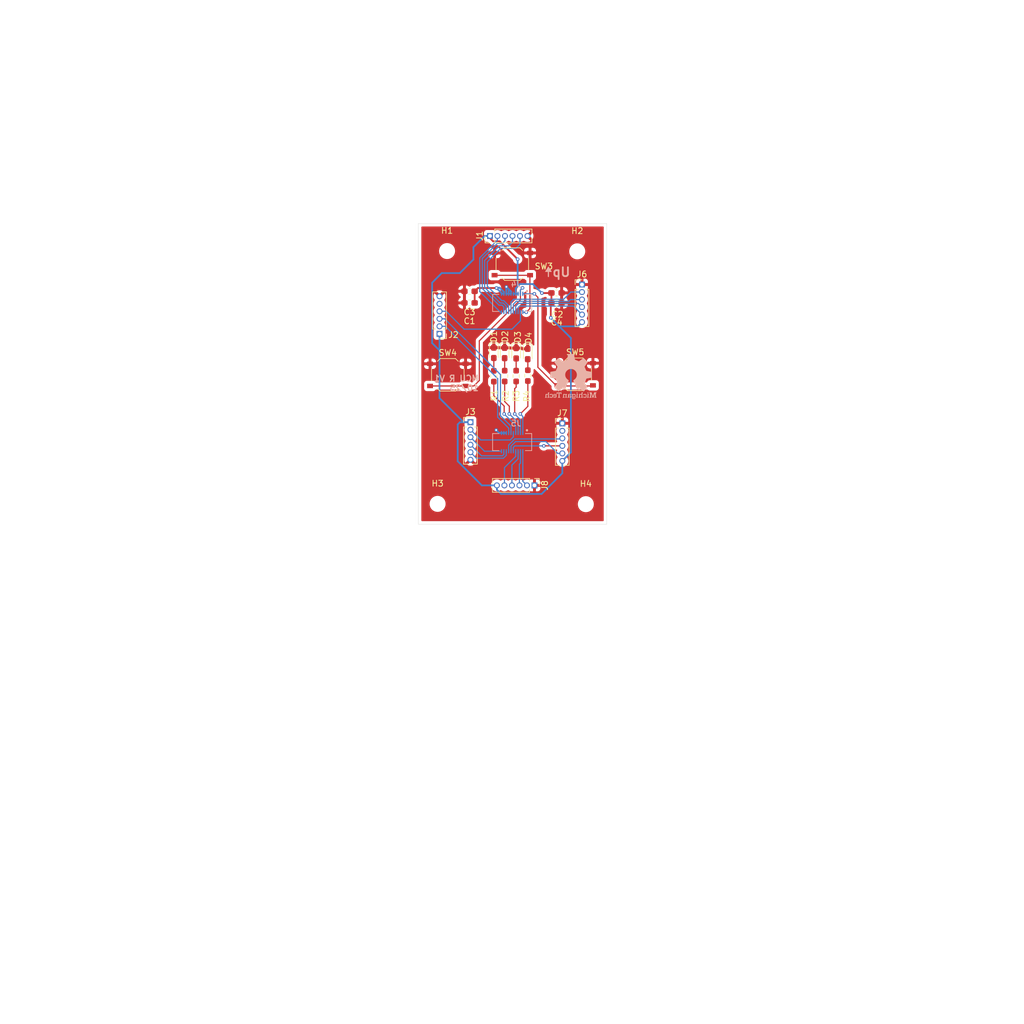
<source format=kicad_pcb>
(kicad_pcb (version 20241229) (generator "pcbnew") (generator_version "9.0")
  (layers (0 "F.Cu" signal) (2 "B.Cu" signal) (13 "F.Paste" user) (15 "B.Paste" user) (5 "F.SilkS" user "F.Silkscreen") (7 "B.SilkS" user "B.Silkscreen") (1 "F.Mask" user) (3 "B.Mask" user) (25 "Edge.Cuts" user))
  (net 0 "")
  (net 1 "GPIO4")
  (net 2 "GND")
  (net 3 "GPIO5")
  (net 4 "GPIO1")
  (net 5 "GPIO2")
  (net 6 "GPIO21")
  (net 7 "GPIO14")
  (net 8 "GPIO12")
  (net 9 "GPIO9")
  (net 10 "VCC_5V")
  (net 11 "GPIO11")
  (net 12 "GPIO3")
  (net 13 "VCC_3V3")
  (net 14 "GPIO8")
  (net 15 "GPIO48")
  (net 16 "GPIO10")
  (net 17 "GPIO18")
  (net 18 "GPIO13")
  (net 19 "GPIO47")
  (net 20 "GPIO16")
  (net 21 "RXD0")
  (net 22 "GPIO17")
  (net 23 "TXD0")
  (net 24 "GPIO7")
  (net 25 "GPIO42")
  (net 26 "GPIO36")
  (net 27 "GPIO6")
  (net 28 "GPIO37")
  (net 29 "GPIO38")
  (net 30 "GPIO15")
  (net 31 "GPIO41")
  (net 32 "GPIO35")
  (net 33 "Net-(D4-A)")
  (net 34 "Net-(D1-A)")
  (net 35 "Net-(D2-A)")
  (net 36 "Net-(D3-A)")
  (footprint "MCU Carrier board:PinHeader_1x06_P1.27mm_Vertical" (layer "F.Cu") (at 154.375 87.9125)
    (property "Reference" "J7" (at 0 -1.745 0) (layer "F.SilkS"))
    (property "Value" "Conn_01x06_Pin")
    (pad "1" thru_hole rect (at 0 0) (size 1 1) (drill 0.65) (layers "*.Cu" "*.Mask") (net 2 "GND"))
    (pad "2" thru_hole circle (at 0 1.27) (size 1 1) (drill 0.65) (layers "*.Cu" "*.Mask"))
    (pad "3" thru_hole circle (at 0 2.54) (size 1 1) (drill 0.65) (layers "*.Cu" "*.Mask") (net 1 "GPIO4"))
    (pad "4" thru_hole circle (at 0 3.81) (size 1 1) (drill 0.65) (layers "*.Cu" "*.Mask") (net 5 "GPIO2"))
    (pad "5" thru_hole circle (at 0 5.08) (size 1 1) (drill 0.65) (layers "*.Cu" "*.Mask") (net 4 "GPIO1"))
    (pad "6" thru_hole circle (at 0 6.35) (size 1 1) (drill 0.65) (layers "*.Cu" "*.Mask") (net 13 "VCC_3V3"))
  )
  (footprint "MCU Carrier board:SW_Push_1P1T_XKB_TS-1187A" (layer "F.Cu") (at 156.55 79.625)
    (property "Reference" "SW5" (at 0 -3.75 0) (layer "F.SilkS"))
    (property "Value" "SW_Push")
    (pad "1" smd rect (at -3 -1.875) (size 1 0.75) (layers "F.Cu" "F.Mask" "F.Paste") (net 2 "GND"))
    (pad "1" smd rect (at 3 -1.875) (size 1 0.75) (layers "F.Cu" "F.Mask" "F.Paste") (net 2 "GND"))
    (pad "2" smd rect (at -3 1.875) (size 1 0.75) (layers "F.Cu" "F.Mask" "F.Paste") (net 15 "GPIO48"))
    (pad "2" smd rect (at 3 1.875) (size 1 0.75) (layers "F.Cu" "F.Mask" "F.Paste") (net 15 "GPIO48"))
  )
  (footprint "MCU Carrier board:PinHeader_1x06_P1.27mm_Vertical" (layer "F.Cu") (at 157.7 64.46)
    (property "Reference" "J6" (at 0 -1.745 0) (layer "F.SilkS"))
    (property "Value" "Conn_01x06_Pin")
    (pad "1" thru_hole rect (at 0 0) (size 1 1) (drill 0.65) (layers "*.Cu" "*.Mask") (net 2 "GND"))
    (pad "2" thru_hole circle (at 0 1.27) (size 1 1) (drill 0.65) (layers "*.Cu" "*.Mask") (net 16 "GPIO10"))
    (pad "3" thru_hole circle (at 0 2.54) (size 1 1) (drill 0.65) (layers "*.Cu" "*.Mask") (net 11 "GPIO11"))
    (pad "4" thru_hole circle (at 0 3.81) (size 1 1) (drill 0.65) (layers "*.Cu" "*.Mask") (net 8 "GPIO12"))
    (pad "5" thru_hole circle (at 0 5.08) (size 1 1) (drill 0.65) (layers "*.Cu" "*.Mask") (net 18 "GPIO13"))
    (pad "6" thru_hole circle (at 0 6.35) (size 1 1) (drill 0.65) (layers "*.Cu" "*.Mask") (net 13 "VCC_3V3"))
  )
  (footprint "MCU Carrier board:PinHeader_1x06_P1.27mm_Vertical" (layer "F.Cu") (at 149.67 98.4 -90)
    (property "Reference" "J8" (at 0 -1.745 90) (layer "F.SilkS"))
    (property "Value" "Conn_01x06_Pin")
    (pad "1" thru_hole rect (at 0 0 270) (size 1 1) (drill 0.65) (layers "*.Cu" "*.Mask") (net 2 "GND"))
    (pad "2" thru_hole circle (at 0 1.27 270) (size 1 1) (drill 0.65) (layers "*.Cu" "*.Mask") (net 31 "GPIO41"))
    (pad "3" thru_hole circle (at 0 2.54 270) (size 1 1) (drill 0.65) (layers "*.Cu" "*.Mask") (net 25 "GPIO42"))
    (pad "4" thru_hole circle (at 0 3.81 270) (size 1 1) (drill 0.65) (layers "*.Cu" "*.Mask") (net 21 "RXD0"))
    (pad "5" thru_hole circle (at 0 5.08 270) (size 1 1) (drill 0.65) (layers "*.Cu" "*.Mask") (net 23 "TXD0"))
    (pad "6" thru_hole circle (at 0 6.35 270) (size 1 1) (drill 0.65) (layers "*.Cu" "*.Mask") (net 13 "VCC_3V3"))
  )
  (footprint "MCU Carrier board:LED_0603_1608Metric_Pad1.05x0.95mm_HandSolder" (layer "F.Cu") (at 148.525 76.2 -90)
    (property "Reference" "D4" (at -2.725 -0.15 90) (layer "F.SilkS"))
    (property "Value" "LED")
    (pad "1" smd roundrect (at -0.875 0 270) (size 1.05 0.95) (layers "F.Cu" "F.Mask" "F.Paste") (net 2 "GND"))
    (pad "2" smd roundrect (at 0.875 0 270) (size 1.05 0.95) (layers "F.Cu" "F.Mask" "F.Paste") (net 33 "Net-(D4-A)"))
  )
  (footprint "MCU Carrier board:MountingHole_2.5mm" (layer "F.Cu") (at 134.9 58.8)
    (property "Reference" "H1" (at 0 -3.45 0) (layer "F.SilkS"))
    (property "Value" "MountingHole")
    (pad "" np_thru_hole circle (at 0 0) (size 2.5 2.5) (drill 2.5) (layers "*.Cu" "*.Mask"))
  )
  (footprint "MCU Carrier board:SW_Push_1P1T_XKB_TS-1187A" (layer "F.Cu") (at 145.925 61)
    (property "Reference" "SW3" (at 5.325 0.375 0) (layer "F.SilkS"))
    (property "Value" "SW_Push")
    (pad "1" smd rect (at -3 -1.875) (size 1 0.75) (layers "F.Cu" "F.Mask" "F.Paste") (net 2 "GND"))
    (pad "1" smd rect (at 3 -1.875) (size 1 0.75) (layers "F.Cu" "F.Mask" "F.Paste") (net 2 "GND"))
    (pad "2" smd rect (at -3 1.875) (size 1 0.75) (layers "F.Cu" "F.Mask" "F.Paste") (net 6 "GPIO21"))
    (pad "2" smd rect (at 3 1.875) (size 1 0.75) (layers "F.Cu" "F.Mask" "F.Paste") (net 6 "GPIO21"))
  )
  (footprint "MCU Carrier board:LED_0603_1608Metric_Pad1.05x0.95mm_HandSolder" (layer "F.Cu") (at 146.575 76.075 -90)
    (property "Reference" "D3" (at -2.75 -0.275 90) (layer "F.SilkS"))
    (property "Value" "LED")
    (pad "1" smd roundrect (at -0.875 0 270) (size 1.05 0.95) (layers "F.Cu" "F.Mask" "F.Paste") (net 2 "GND"))
    (pad "2" smd roundrect (at 0.875 0 270) (size 1.05 0.95) (layers "F.Cu" "F.Mask" "F.Paste") (net 36 "Net-(D3-A)"))
  )
  (footprint "MCU Carrier board:LED_0603_1608Metric_Pad1.05x0.95mm_HandSolder" (layer "F.Cu") (at 142.8 76 -90)
    (property "Reference" "D1" (at -2.75 0 90) (layer "F.SilkS"))
    (property "Value" "LED")
    (pad "1" smd roundrect (at -0.875 0 270) (size 1.05 0.95) (layers "F.Cu" "F.Mask" "F.Paste") (net 2 "GND"))
    (pad "2" smd roundrect (at 0.875 0 270) (size 1.05 0.95) (layers "F.Cu" "F.Mask" "F.Paste") (net 34 "Net-(D1-A)"))
  )
  (footprint "MCU Carrier board:LED_0603_1608Metric_Pad1.05x0.95mm_HandSolder" (layer "F.Cu") (at 144.625 76.025 -90)
    (property "Reference" "D2" (at -2.775 -0.075 90) (layer "F.SilkS"))
    (property "Value" "LED")
    (pad "1" smd roundrect (at -0.875 0 270) (size 1.05 0.95) (layers "F.Cu" "F.Mask" "F.Paste") (net 2 "GND"))
    (pad "2" smd roundrect (at 0.875 0 270) (size 1.05 0.95) (layers "F.Cu" "F.Mask" "F.Paste") (net 35 "Net-(D2-A)"))
  )
  (footprint "MCU Carrier board:C_0603_1608Metric_Pad1.08x0.95mm_HandSolder" (layer "F.Cu") (at 153.4 67.5625)
    (property "Reference" "C4" (at 0.025 3.2875 0) (layer "F.SilkS"))
    (property "Value" "10uF")
    (pad "1" smd roundrect (at -0.8625 0) (size 1.075 0.95) (layers "F.Cu" "F.Mask" "F.Paste") (net 13 "VCC_3V3"))
    (pad "2" smd roundrect (at 0.8625 0) (size 1.075 0.95) (layers "F.Cu" "F.Mask" "F.Paste") (net 2 "GND"))
  )
  (footprint "MCU Carrier board:R_0603_1608Metric_Pad0.98x0.95mm_HandSolder" (layer "F.Cu") (at 146.575 79.925 90)
    (property "Reference" "R3" (at -3.375 0.025 90) (layer "F.SilkS"))
    (property "Value" "1K")
    (pad "1" smd roundrect (at -0.9125 0 90) (size 0.975 0.95) (layers "F.Cu" "F.Mask" "F.Paste") (net 26 "GPIO36"))
    (pad "2" smd roundrect (at 0.9125 0 90) (size 0.975 0.95) (layers "F.Cu" "F.Mask" "F.Paste") (net 36 "Net-(D3-A)"))
  )
  (footprint "MCU Carrier board:R_0603_1608Metric_Pad0.98x0.95mm_HandSolder" (layer "F.Cu") (at 144.635 79.925 90)
    (property "Reference" "R2" (at -3.375 0.165 90) (layer "F.SilkS"))
    (property "Value" "1K")
    (pad "1" smd roundrect (at -0.9125 0 90) (size 0.975 0.95) (layers "F.Cu" "F.Mask" "F.Paste") (net 28 "GPIO37"))
    (pad "2" smd roundrect (at 0.9125 0 90) (size 0.975 0.95) (layers "F.Cu" "F.Mask" "F.Paste") (net 35 "Net-(D2-A)"))
  )
  (footprint "MCU Carrier board:MountingHole_2.5mm" (layer "F.Cu") (at 156.9 58.85)
    (property "Reference" "H2" (at 0 -3.45 0) (layer "F.SilkS"))
    (property "Value" "MountingHole")
    (pad "" np_thru_hole circle (at 0 0) (size 2.5 2.5) (drill 2.5) (layers "*.Cu" "*.Mask"))
  )
  (footprint "MCU Carrier board:SW_Push_1P1T_XKB_TS-1187A" (layer "F.Cu") (at 135.025 79.725)
    (property "Reference" "SW4" (at 0 -3.75 0) (layer "F.SilkS"))
    (property "Value" "SW_Push")
    (pad "1" smd rect (at -3 -1.875) (size 1 0.75) (layers "F.Cu" "F.Mask" "F.Paste") (net 2 "GND"))
    (pad "1" smd rect (at 3 -1.875) (size 1 0.75) (layers "F.Cu" "F.Mask" "F.Paste") (net 2 "GND"))
    (pad "2" smd rect (at -3 1.875) (size 1 0.75) (layers "F.Cu" "F.Mask" "F.Paste") (net 19 "GPIO47"))
    (pad "2" smd rect (at 3 1.875) (size 1 0.75) (layers "F.Cu" "F.Mask" "F.Paste") (net 19 "GPIO47"))
  )
  (footprint "MCU Carrier board:PinHeader_1x06_P1.27mm_Vertical" (layer "F.Cu") (at 142.145001 56.25 90)
    (property "Reference" "J1" (at 0 -1.745 90) (layer "F.SilkS"))
    (property "Value" "Conn_01x06_Pin")
    (pad "1" thru_hole rect (at 0 0 90) (size 1 1) (drill 0.65) (layers "*.Cu" "*.Mask") (net 13 "VCC_3V3"))
    (pad "2" thru_hole circle (at 0 1.270001 90) (size 1 1) (drill 0.65) (layers "*.Cu" "*.Mask") (net 17 "GPIO18"))
    (pad "3" thru_hole circle (at 0 2.54 90) (size 1 1) (drill 0.65) (layers "*.Cu" "*.Mask") (net 14 "GPIO8"))
    (pad "4" thru_hole circle (at 0 3.81 90) (size 1 1) (drill 0.65) (layers "*.Cu" "*.Mask") (net 12 "GPIO3"))
    (pad "5" thru_hole circle (at 0 5.079999 90) (size 1 1) (drill 0.65) (layers "*.Cu" "*.Mask") (net 9 "GPIO9"))
    (pad "6" thru_hole circle (at 0 6.35 90) (size 1 1) (drill 0.65) (layers "*.Cu" "*.Mask") (net 2 "GND"))
  )
  (footprint "MCU Carrier board:PinHeader_1x06_P1.27mm_Vertical" (layer "F.Cu") (at 133.625 72.79 180)
    (property "Reference" "J2" (at -2.35 -0.17 0) (layer "F.SilkS"))
    (property "Value" "Conn_01x06_Pin")
    (pad "1" thru_hole rect (at 0 0 180) (size 1 1) (drill 0.65) (layers "*.Cu" "*.Mask") (net 13 "VCC_3V3"))
    (pad "2" thru_hole circle (at 0 1.27 180) (size 1 1) (drill 0.65) (layers "*.Cu" "*.Mask") (net 22 "GPIO17"))
    (pad "3" thru_hole circle (at 0 2.54 180) (size 1 1) (drill 0.65) (layers "*.Cu" "*.Mask") (net 20 "GPIO16"))
    (pad "4" thru_hole circle (at 0 3.81 180) (size 1 1) (drill 0.65) (layers "*.Cu" "*.Mask") (net 7 "GPIO14"))
    (pad "5" thru_hole circle (at 0 5.08 180) (size 1 1) (drill 0.65) (layers "*.Cu" "*.Mask"))
    (pad "6" thru_hole circle (at 0 6.35 180) (size 1 1) (drill 0.65) (layers "*.Cu" "*.Mask") (net 2 "GND"))
  )
  (footprint "MCU Carrier board:R_0603_1608Metric_Pad0.98x0.95mm_HandSolder" (layer "F.Cu") (at 142.8 79.95 90)
    (property "Reference" "R1" (at -3.25 0.075 90) (layer "F.SilkS"))
    (property "Value" "1K")
    (pad "1" smd roundrect (at -0.9125 0 90) (size 0.975 0.95) (layers "F.Cu" "F.Mask" "F.Paste") (net 29 "GPIO38"))
    (pad "2" smd roundrect (at 0.9125 0 90) (size 0.975 0.95) (layers "F.Cu" "F.Mask" "F.Paste") (net 34 "Net-(D1-A)"))
  )
  (footprint "MCU Carrier board:C_0603_1608Metric_Pad1.08x0.95mm_HandSolder" (layer "F.Cu") (at 138.7 67.5625)
    (property "Reference" "C1" (at 0 3.0625 0) (layer "F.SilkS"))
    (property "Value" ".1uF")
    (pad "1" smd roundrect (at -0.8625 0) (size 1.075 0.95) (layers "F.Cu" "F.Mask" "F.Paste") (net 2 "GND"))
    (pad "2" smd roundrect (at 0.8625 0) (size 1.075 0.95) (layers "F.Cu" "F.Mask" "F.Paste") (net 10 "VCC_5V"))
  )
  (footprint "MCU Carrier board:C_0603_1608Metric_Pad1.08x0.95mm_HandSolder" (layer "F.Cu") (at 138.7 65.6)
    (property "Reference" "C3" (at 0 3.525 0) (layer "F.SilkS"))
    (property "Value" "10uF")
    (pad "1" smd roundrect (at -0.8625 0) (size 1.075 0.95) (layers "F.Cu" "F.Mask" "F.Paste") (net 2 "GND"))
    (pad "2" smd roundrect (at 0.8625 0) (size 1.075 0.95) (layers "F.Cu" "F.Mask" "F.Paste") (net 10 "VCC_5V"))
  )
  (footprint "MCU Carrier board:R_0603_1608Metric_Pad0.98x0.95mm_HandSolder" (layer "F.Cu") (at 148.55 79.85 90)
    (property "Reference" "R4" (at -3.475 -0.175 90) (layer "F.SilkS"))
    (property "Value" "1K")
    (pad "1" smd roundrect (at -0.9125 0 90) (size 0.975 0.95) (layers "F.Cu" "F.Mask" "F.Paste") (net 32 "GPIO35"))
    (pad "2" smd roundrect (at 0.9125 0 90) (size 0.975 0.95) (layers "F.Cu" "F.Mask" "F.Paste") (net 33 "Net-(D4-A)"))
  )
  (footprint "MCU Carrier board:C_0603_1608Metric_Pad1.08x0.95mm_HandSolder" (layer "F.Cu") (at 153.4 65.875)
    (property "Reference" "C2" (at 0.15 3.65 0) (layer "F.SilkS"))
    (property "Value" ".1uF")
    (pad "1" smd roundrect (at -0.8625 0) (size 1.075 0.95) (layers "F.Cu" "F.Mask" "F.Paste") (net 13 "VCC_3V3"))
    (pad "2" smd roundrect (at 0.8625 0) (size 1.075 0.95) (layers "F.Cu" "F.Mask" "F.Paste") (net 2 "GND"))
  )
  (footprint "MCU Carrier board:PinHeader_1x06_P1.27mm_Vertical" (layer "F.Cu") (at 138.85 87.72)
    (property "Reference" "J3" (at 0 -1.745 0) (layer "F.SilkS"))
    (property "Value" "Conn_01x06_Pin")
    (pad "1" thru_hole rect (at 0 0) (size 1 1) (drill 0.65) (layers "*.Cu" "*.Mask") (net 13 "VCC_3V3"))
    (pad "2" thru_hole circle (at 0 1.27) (size 1 1) (drill 0.65) (layers "*.Cu" "*.Mask") (net 30 "GPIO15"))
    (pad "3" thru_hole circle (at 0 2.54) (size 1 1) (drill 0.65) (layers "*.Cu" "*.Mask") (net 24 "GPIO7"))
    (pad "4" thru_hole circle (at 0 3.81) (size 1 1) (drill 0.65) (layers "*.Cu" "*.Mask") (net 27 "GPIO6"))
    (pad "5" thru_hole circle (at 0 5.08) (size 1 1) (drill 0.65) (layers "*.Cu" "*.Mask") (net 3 "GPIO5"))
    (pad "6" thru_hole circle (at 0 6.35) (size 1 1) (drill 0.65) (layers "*.Cu" "*.Mask") (net 2 "GND"))
  )
  (footprint "MCU Carrier board:MountingHole_2.5mm" (layer "F.Cu") (at 133.3 101.525)
    (property "Reference" "H3" (at 0 -3.45 0) (layer "F.SilkS"))
    (property "Value" "MountingHole")
    (pad "" np_thru_hole circle (at 0 0) (size 2.5 2.5) (drill 2.5) (layers "*.Cu" "*.Mask"))
  )
  (footprint "MCU Carrier board:MountingHole_2.5mm" (layer "F.Cu") (at 158.35 101.575)
    (property "Reference" "H4" (at 0 -3.45 0) (layer "F.SilkS"))
    (property "Value" "MountingHole")
    (pad "" np_thru_hole circle (at 0 0) (size 2.5 2.5) (drill 2.5) (layers "*.Cu" "*.Mask"))
  )
  (footprint "MCU Carrier board:HRS_DF40C-20DS-0.4V_51_" (layer "B.Cu") (at 145.9 91.0875 180)
    (property "Reference" "J5" (at -0.635 3.175 0) (layer "B.SilkS") (effects (justify mirror)))
    (property "Value" "Bottom Connector")
    (pad "1" smd rect (at -1.8 1.54 180) (size 0.2 0.7) (layers "B.Cu" "B.Mask") (net 32 "GPIO35"))
    (pad "2" smd rect (at -1.8 -1.54 180) (size 0.2 0.7) (layers "B.Cu" "B.Mask") (net 31 "GPIO41"))
    (pad "3" smd rect (at -1.4 1.54 180) (size 0.2 0.7) (layers "B.Cu" "B.Mask") (net 26 "GPIO36"))
    (pad "4" smd rect (at -1.4 -1.54 180) (size 0.2 0.7) (layers "B.Cu" "B.Mask") (net 25 "GPIO42"))
    (pad "5" smd rect (at -1 1.54 180) (size 0.2 0.7) (layers "B.Cu" "B.Mask") (net 28 "GPIO37"))
    (pad "6" smd rect (at -1 -1.54 180) (size 0.2 0.7) (layers "B.Cu" "B.Mask") (net 21 "RXD0"))
    (pad "7" smd rect (at -0.6 1.54 180) (size 0.2 0.7) (layers "B.Cu" "B.Mask") (net 29 "GPIO38"))
    (pad "8" smd rect (at -0.6 -1.54 180) (size 0.2 0.7) (layers "B.Cu" "B.Mask") (net 23 "TXD0"))
    (pad "9" smd rect (at -0.2 1.54 180) (size 0.2 0.7) (layers "B.Cu" "B.Mask") (net 30 "GPIO15"))
    (pad "10" smd rect (at -0.2 -1.54 180) (size 0.2 0.7) (layers "B.Cu" "B.Mask") (net 5 "GPIO2"))
    (pad "11" smd rect (at 0.2 1.54 180) (size 0.2 0.7) (layers "B.Cu" "B.Mask") (net 20 "GPIO16"))
    (pad "12" smd rect (at 0.2 -1.54 180) (size 0.2 0.7) (layers "B.Cu" "B.Mask") (net 4 "GPIO1"))
    (pad "13" smd rect (at 0.6 1.54 180) (size 0.2 0.7) (layers "B.Cu" "B.Mask") (net 22 "GPIO17"))
    (pad "14" smd rect (at 0.6 -1.54 180) (size 0.2 0.7) (layers "B.Cu" "B.Mask") (net 1 "GPIO4"))
    (pad "15" smd rect (at 1 1.54 180) (size 0.2 0.7) (layers "B.Cu" "B.Mask") (net 2 "GND"))
    (pad "16" smd rect (at 1 -1.54 180) (size 0.2 0.7) (layers "B.Cu" "B.Mask") (net 3 "GPIO5"))
    (pad "17" smd rect (at 1.4 1.54 180) (size 0.2 0.7) (layers "B.Cu" "B.Mask") (net 2 "GND"))
    (pad "18" smd rect (at 1.4 -1.54 180) (size 0.2 0.7) (layers "B.Cu" "B.Mask") (net 27 "GPIO6"))
    (pad "19" smd rect (at 1.8 1.54 180) (size 0.2 0.7) (layers "B.Cu" "B.Mask") (net 2 "GND"))
    (pad "20" smd rect (at 1.8 -1.54 180) (size 0.2 0.7) (layers "B.Cu" "B.Mask") (net 24 "GPIO7"))
  )
  (footprint "MCU Carrier board:HRS_DF40C-20DS-0.4V_51_" (layer "B.Cu") (at 145.9 67.5625 180)
    (property "Reference" "J4" (at -0.635 3.175 0) (layer "B.SilkS") (effects (justify mirror)))
    (property "Value" "Top Connector")
    (pad "1" smd rect (at -1.8 1.54 180) (size 0.2 0.7) (layers "B.Cu" "B.Mask") (net 15 "GPIO48"))
    (pad "2" smd rect (at -1.8 -1.54 180) (size 0.2 0.7) (layers "B.Cu" "B.Mask") (net 6 "GPIO21"))
    (pad "3" smd rect (at -1.4 1.54 180) (size 0.2 0.7) (layers "B.Cu" "B.Mask") (net 19 "GPIO47"))
    (pad "4" smd rect (at -1.4 -1.54 180) (size 0.2 0.7) (layers "B.Cu" "B.Mask") (net 7 "GPIO14"))
    (pad "5" smd rect (at -1 1.54 180) (size 0.2 0.7) (layers "B.Cu" "B.Mask") (net 13 "VCC_3V3"))
    (pad "6" smd rect (at -1 -1.54 180) (size 0.2 0.7) (layers "B.Cu" "B.Mask") (net 18 "GPIO13"))
    (pad "7" smd rect (at -0.6 1.54 180) (size 0.2 0.7) (layers "B.Cu" "B.Mask") (net 13 "VCC_3V3"))
    (pad "8" smd rect (at -0.6 -1.54 180) (size 0.2 0.7) (layers "B.Cu" "B.Mask") (net 8 "GPIO12"))
    (pad "9" smd rect (at -0.2 1.54 180) (size 0.2 0.7) (layers "B.Cu" "B.Mask") (net 13 "VCC_3V3"))
    (pad "10" smd rect (at -0.2 -1.54 180) (size 0.2 0.7) (layers "B.Cu" "B.Mask") (net 11 "GPIO11"))
    (pad "11" smd rect (at 0.2 1.54 180) (size 0.2 0.7) (layers "B.Cu" "B.Mask") (net 2 "GND"))
    (pad "12" smd rect (at 0.2 -1.54 180) (size 0.2 0.7) (layers "B.Cu" "B.Mask") (net 16 "GPIO10"))
    (pad "13" smd rect (at 0.6 1.54 180) (size 0.2 0.7) (layers "B.Cu" "B.Mask") (net 2 "GND"))
    (pad "14" smd rect (at 0.6 -1.54 180) (size 0.2 0.7) (layers "B.Cu" "B.Mask") (net 9 "GPIO9"))
    (pad "15" smd rect (at 1 1.54 180) (size 0.2 0.7) (layers "B.Cu" "B.Mask") (net 2 "GND"))
    (pad "16" smd rect (at 1 -1.54 180) (size 0.2 0.7) (layers "B.Cu" "B.Mask") (net 12 "GPIO3"))
    (pad "17" smd rect (at 1.4 1.54 180) (size 0.2 0.7) (layers "B.Cu" "B.Mask") (net 10 "VCC_5V"))
    (pad "18" smd rect (at 1.4 -1.54 180) (size 0.2 0.7) (layers "B.Cu" "B.Mask") (net 14 "GPIO8"))
    (pad "19" smd rect (at 1.8 1.54 180) (size 0.2 0.7) (layers "B.Cu" "B.Mask") (net 10 "VCC_5V"))
    (pad "20" smd rect (at 1.8 -1.54 180) (size 0.2 0.7) (layers "B.Cu" "B.Mask") (net 17 "GPIO18"))
  )
  (gr_poly (pts (xy 153.086326 82.945599) (xy 153.049083 82.947613) (xy 153.032058 82.949234) (xy 153.016056 82.951309) (xy 153.001047 82.953873) (xy 152.987001 82.956962) (xy 152.973886 82.960609) (xy 152.961672 82.96485) (xy 152.95033 82.969718) (xy 152.939827 82.975249) (xy 152.930135 82.981477) (xy 152.921221 82.988437) (xy 152.913057 82.996163) (xy 152.90561 83.004691) (xy 152.898852 83.014053) (xy 152.89275 83.024286) (xy 152.887275 83.035424) (xy 152.882397 83.047501) (xy 152.878084 83.060552) (xy 152.874306 83.074612) (xy 152.871033 83.089714) (xy 152.868233 83.105895) (xy 152.865878 83.123188) (xy 152.863935 83.141628) (xy 152.861168 83.182088) (xy 152.859686 83.227551) (xy 152.859246 83.278294) (xy 152.859332 83.283341) (xy 152.859603 83.28791) (xy 152.860077 83.292025) (xy 152.860396 83.293917) (xy 152.860773 83.295704) (xy 152.86121 83.297387) (xy 152.86171 83.298969) (xy 152.862275 83.300453) (xy 152.862907 83.301841) (xy 152.863608 83.303136) (xy 152.864382 83.304341) (xy 152.865229 83.305457) (xy 152.866154 83.306489) (xy 152.867158 83.307437) (xy 152.868242 83.308306) (xy 152.869411 83.309097) (xy 152.870666 83.309813) (xy 152.872009 83.310457) (xy 152.873443 83.311032) (xy 152.87497 83.311539) (xy 152.876592 83.311982) (xy 152.878312 83.312363) (xy 152.880133 83.312685) (xy 152.884083 83.313161) (xy 152.888463 83.313431) (xy 152.89329 83.313517) (xy 153.258291 83.313517) (xy 153.257407 83.340397) (xy 153.25601 83.364357) (xy 153.253999 83.385563) (xy 153.251271 83.404176) (xy 153.247726 83.42036) (xy 153.245615 83.427593) (xy 153.243262 83.43428) (xy 153.240653 83.440441) (xy 153.237776 83.446098) (xy 153.234619 83.45127) (xy 153.231169 83.455977) (xy 153.227412 83.460242) (xy 153.223337 83.464083) (xy 153.218931 83.467521) (xy 153.214181 83.470577) (xy 153.209073 83.473271) (xy 153.203597 83.475623) (xy 153.197738 83.477655) (xy 153.191484 83.479386) (xy 153.177742 83.482027) (xy 153.162267 83.483712) (xy 153.144959 83.484602) (xy 153.125717 83.484863) (xy 153.106089 83.484634) (xy 153.088527 83.483915) (xy 153.072921 83.482656) (xy 153.059159 83.480807) (xy 153.047132 83.478318) (xy 153.041734 83.476818) (xy 153.036729 83.47514) (xy 153.032103 83.473276) (xy 153.027841 83.471222) (xy 153.02393 83.468971) (xy 153.020356 83.466516) (xy 153.017105 83.463851) (xy 153.014165 83.460971) (xy 153.01152 83.457869) (xy 153.009157 83.454538) (xy 153.007062 83.450972) (xy 153.005222 83.447166) (xy 153.003622 83.443113) (xy 153.00225 83.438807) (xy 153.00013 83.42941) (xy 152.998752 83.418926) (xy 152.998007 83.407305) (xy 152.997783 83.394497) (xy 152.860428 83.388606) (xy 152.860906 83.417411) (xy 152.862488 83.443599) (xy 152.863763 83.455743) (xy 152.865398 83.467272) (xy 152.867421 83.478199) (xy 152.869859 83.488537) (xy 152.872741 83.498299) (xy 152.876095 83.507498) (xy 152.879948 83.516148) (xy 152.884329 83.52426) (xy 152.889265 83.53185) (xy 152.894785 83.538929) (xy 152.900915 83.54551) (xy 152.907685 83.551608) (xy 152.915122 83.557234) (xy 152.923254 83.562402) (xy 152.932109 83.567126) (xy 152.941714 83.571417) (xy 152.952099 83.57529) (xy 152.96329 83.578758) (xy 152.975316 83.581833) (xy 152.988205 83.584528) (xy 153.001984 83.586858) (xy 153.016681 83.588834) (xy 153.032325 83.590471) (xy 153.048943 83.59178) (xy 153.085214 83.59347) (xy 153.125717 83.594011) (xy 153.167326 83.593351) (xy 153.204719 83.59121) (xy 153.2219 83.589508) (xy 153.238106 83.587344) (xy 153.253363 83.584687) (xy 153.267699 83.581507) (xy 153.281139 83.577774) (xy 153.293709 83.573457) (xy 153.305437 83.568525) (xy 153.316348 83.562948) (xy 153.32647 83.556695) (xy 153.335828 83.549736) (xy 153.344449 83.542041) (xy 153.352359 83.533578) (xy 153.359585 83.524318) (xy 153.366153 83.514229) (xy 153.37209 83.503282) (xy 153.377423 83.491446) (xy 153.382176 83.478689) (xy 153.386378 83.464982) (xy 153.390054 83.450295) (xy 153.393231 83.434596) (xy 153.395935 83.417855) (xy 153.398193 83.400042) (xy 153.401475 83.361076) (xy 153.403289 83.317454) (xy 153.403847 83.268931) (xy 153.403292 83.220809) (xy 153.258291 83.220809) (xy 152.998964 83.220809) (xy 152.999886 83.194554) (xy 153.001384 83.17114) (xy 153.003538 83.150409) (xy 153.006428 83.132202) (xy 153.008175 83.123995) (xy 153.010136 83.116361) (xy 153.012323 83.109278) (xy 153.014744 83.102728) (xy 153.017409 83.09669) (xy 153.02033 83.091145) (xy 153.023516 83.086072) (xy 153.026977 83.081453) (xy 153.030723 83.077267) (xy 153.034765 83.073494) (xy 153.039113 83.070115) (xy 153.043775 83.06711) (xy 153.048764 83.064459) (xy 153.054089 83.062142) (xy 153.059759 83.06014) (xy 153.065786 83.058433) (xy 153.078947 83.055823) (xy 153.093654 83.054155) (xy 153.109987 83.05327) (xy 153.128028 83.05301) (xy 153.146669 83.05327) (xy 153.163476 83.054155) (xy 153.171221 83.054881) (xy 153.178542 83.055823) (xy 153.185452 83.057) (xy 153.191961 83.058433) (xy 153.198081 83.06014) (xy 153.203824 83.062142) (xy 153.209202 83.064459) (xy 153.214226 83.06711) (xy 153.218907 83.070115) (xy 153.223258 83.073494) (xy 153.22729 83.077267) (xy 153.231015 83.081453) (xy 153.234444 83.086072) (xy 153.237588 83.091145) (xy 153.240461 83.09669) (xy 153.243072 83.102728) (xy 153.245434 83.109278) (xy 153.247559 83.116361) (xy 153.249457 83.123995) (xy 153.251141 83.132202) (xy 153.252622 83.140999) (xy 153.253913 83.150409) (xy 153.255966 83.17114) (xy 153.257395 83.194554) (xy 153.258291 83.220809) (xy 153.403292 83.220809) (xy 153.40329 83.220615) (xy 153.401479 83.177173) (xy 153.398208 83.138362) (xy 153.393267 83.10394) (xy 153.390105 83.088299) (xy 153.386448 83.073664) (xy 153.38227 83.060006) (xy 153.377544 83.047293) (xy 153.372245 83.035495) (xy 153.366347 83.024583) (xy 153.359823 83.014526) (xy 153.352648 83.005293) (xy 153.344795 82.996855) (xy 153.336239 82.98918) (xy 153.326954 82.982239) (xy 153.316913 82.976002) (xy 153.30609 82.970438) (xy 153.29446 82.965516) (xy 153.281997 82.961207) (xy 153.268674 82.95748) (xy 153.254465 82.954305) (xy 153.239345 82.951652) (xy 153.206267 82.947789) (xy 153.169231 82.945649) (xy 153.128028 82.94499)) (stroke (width -0.000001)) (fill yes) (layer "B.SilkS"))
  (gr_poly (pts (xy 158.160739 82.945519) (xy 158.124578 82.947189) (xy 158.09236 82.950122) (xy 158.063873 82.954439) (xy 158.05096 82.957155) (xy 158.038899 82.960263) (xy 158.027663 82.963778) (xy 158.017225 82.967715) (xy 158.007558 82.972089) (xy 157.998636 82.976917) (xy 157.99043 82.982212) (xy 157.982916 82.987991) (xy 157.976065 82.994268) (xy 157.96985 83.001059) (xy 157.964246 83.008379) (xy 157.959224 83.016244) (xy 157.954759 83.024667) (xy 157.950823 83.033666) (xy 157.947389 83.043254) (xy 157.944431 83.053448) (xy 157.941921 83.064262) (xy 157.939834 83.075712) (xy 157.936816 83.10058) (xy 157.935163 83.128173) (xy 157.93466 83.158614) (xy 158.074324 83.165616) (xy 158.074575 83.151097) (xy 158.07539 83.137849) (xy 158.076041 83.131687) (xy 158.076869 83.125826) (xy 158.077888 83.12026) (xy 158.07911 83.114982) (xy 158.080547 83.109988) (xy 158.08221 83.105271) (xy 158.084113 83.100826) (xy 158.086268 83.096647) (xy 158.088686 83.092728) (xy 158.091381 83.089063) (xy 158.094364 83.085647) (xy 158.097648 83.082474) (xy 158.101244 83.079537) (xy 158.105165 83.076832) (xy 158.109424 83.074353) (xy 158.114033 83.072093) (xy 158.119003 83.070047) (xy 158.124347 83.068209) (xy 158.130078 83.066574) (xy 158.136207 83.065135) (xy 158.142747 83.063888) (xy 158.149711 83.062825) (xy 158.157109 83.061942) (xy 158.164955 83.061232) (xy 158.182039 83.06031) (xy 158.20106 83.060013) (xy 158.22169 83.060348) (xy 158.240106 83.061481) (xy 158.248521 83.062408) (xy 158.256428 83.063606) (xy 158.263842 83.0651) (xy 158.270779 83.066913) (xy 158.277254 83.069071) (xy 158.283281 83.071597) (xy 158.288877 83.074514) (xy 158.294056 83.077848) (xy 158.298834 83.081622) (xy 158.303226 83.08586) (xy 158.307247 83.090586) (xy 158.310913 83.095825) (xy 158.314238 83.101599) (xy 158.317238 83.107934) (xy 158.319929 83.114854) (xy 158.322325 83.122382) (xy 158.324441 83.130542) (xy 158.326294 83.13936) (xy 158.327898 83.148857) (xy 158.329268 83.159059) (xy 158.33042 83.16999) (xy 158.331369 83.181674) (xy 158.332718 83.207396) (xy 158.333439 83.236418) (xy 158.333652 83.268931) (xy 158.333439 83.301639) (xy 158.332718 83.330804) (xy 158.331369 83.356625) (xy 158.329268 83.379298) (xy 158.326294 83.399023) (xy 158.322325 83.415995) (xy 158.319929 83.423511) (xy 158.317238 83.430413) (xy 158.314238 83.436726) (xy 158.310913 83.442475) (xy 158.307247 83.447684) (xy 158.303226 83.452378) (xy 158.298834 83.456581) (xy 158.294056 83.460319) (xy 158.288877 83.463616) (xy 158.283281 83.466496) (xy 158.277254 83.468986) (xy 158.270779 83.471108) (xy 158.256428 83.47435) (xy 158.240106 83.476422) (xy 158.22169 83.47752) (xy 158.20106 83.477842) (xy 158.181847 83.477598) (xy 158.164621 83.476826) (xy 158.149278 83.475467) (xy 158.135716 83.473459) (xy 158.129571 83.472194) (xy 158.123832 83.470744) (xy 158.118486 83.469101) (xy 158.113521 83.467259) (xy 158.108924 83.46521) (xy 158.104682 83.462946) (xy 158.100782 83.460459) (xy 158.097211 83.457743) (xy 158.093956 83.45479) (xy 158.091005 83.451592) (xy 158.088344 83.448141) (xy 158.085961 83.444431) (xy 158.083843 83.440453) (xy 158.081976 83.4362) (xy 158.080348 83.431665) (xy 158.078946 83.42684) (xy 158.077758 83.421717) (xy 158.07677 83.416289) (xy 158.075342 83.404488) (xy 158.074562 83.391376) (xy 158.074324 83.376894) (xy 157.93466 83.371002) (xy 157.935124 83.403103) (xy 157.936671 83.432149) (xy 157.939531 83.458274) (xy 157.941526 83.470284) (xy 157.943935 83.481615) (xy 157.946787 83.492284) (xy 157.950112 83.502308) (xy 157.953938 83.511704) (xy 157.958294 83.520489) (xy 157.963208 83.528679) (xy 157.96871 83.536293) (xy 157.974829 83.543346) (xy 157.981593 83.549856) (xy 157.98903 83.55584) (xy 157.99717 83.561315) (xy 158.006042 83.566297) (xy 158.015675 83.570805) (xy 158.026096 83.574854) (xy 158.037336 83.578462) (xy 158.049422 83.581645) (xy 158.062384 83.584422) (xy 158.076251 83.586808) (xy 158.09105 83.588821) (xy 158.123565 83.591795) (xy 158.160158 83.593479) (xy 158.20106 83.594011) (xy 158.24267 83.593351) (xy 158.280062 83.59121) (xy 158.297243 83.589508) (xy 158.313449 83.587344) (xy 158.328707 83.584687) (xy 158.343042 83.581507) (xy 158.356482 83.577774) (xy 158.369052 83.573457) (xy 158.38078 83.568525) (xy 158.391691 83.562948) (xy 158.401813 83.556695) (xy 158.411171 83.549736) (xy 158.419792 83.542041) (xy 158.427702 83.533578) (xy 158.434928 83.524318) (xy 158.441496 83.514229) (xy 158.447433 83.503282) (xy 158.452766 83.491446) (xy 158.457519 83.478689) (xy 158.461721 83.464982) (xy 158.465397 83.450295) (xy 158.468574 83.434596) (xy 158.471278 83.417855) (xy 158.473535 83.400042) (xy 158.476818 83.361076) (xy 158.478632 83.317454) (xy 158.47919 83.268931) (xy 158.478632 83.220615) (xy 158.476818 83.177173) (xy 158.473535 83.138362) (xy 158.468574 83.10394) (xy 158.465397 83.088299) (xy 158.461721 83.073664) (xy 158.457519 83.060006) (xy 158.452766 83.047293) (xy 158.447433 83.035495) (xy 158.441496 83.024583) (xy 158.434928 83.014526) (xy 158.427702 83.005293) (xy 158.419792 82.996855) (xy 158.411171 82.98918) (xy 158.401813 82.982239) (xy 158.391691 82.976002) (xy 158.38078 82.970438) (xy 158.369052 82.965516) (xy 158.356482 82.961207) (xy 158.343042 82.95748) (xy 158.328707 82.954305) (xy 158.313449 82.951652) (xy 158.280062 82.947789) (xy 158.24267 82.945649) (xy 158.20106 82.94499)) (stroke (width -0.000001)) (fill yes) (layer "B.SilkS"))
  (gr_poly (pts (xy 152.465236 82.945519) (xy 152.429078 82.947189) (xy 152.396863 82.950122) (xy 152.368376 82.954439) (xy 152.355463 82.957155) (xy 152.343402 82.960263) (xy 152.332166 82.963778) (xy 152.321727 82.967715) (xy 152.312059 82.972089) (xy 152.303135 82.976917) (xy 152.294928 82.982212) (xy 152.287412 82.987991) (xy 152.280559 82.994268) (xy 152.274343 83.001059) (xy 152.268736 83.008379) (xy 152.263713 83.016244) (xy 152.259246 83.024667) (xy 152.255308 83.033666) (xy 152.251872 83.043254) (xy 152.248912 83.053448) (xy 152.246401 83.064262) (xy 152.244312 83.075712) (xy 152.241292 83.10058) (xy 152.239638 83.128173) (xy 152.239134 83.158614) (xy 152.37878 83.165616) (xy 152.37903 83.151097) (xy 152.379847 83.137849) (xy 152.380498 83.131687) (xy 152.381327 83.125826) (xy 152.382346 83.12026) (xy 152.383569 83.114982) (xy 152.385006 83.109988) (xy 152.386671 83.105271) (xy 152.388575 83.100826) (xy 152.39073 83.096647) (xy 152.39315 83.092728) (xy 152.395845 83.089063) (xy 152.39883 83.085647) (xy 152.402114 83.082474) (xy 152.405712 83.079537) (xy 152.409635 83.076832) (xy 152.413895 83.074353) (xy 152.418505 83.072093) (xy 152.423477 83.070047) (xy 152.428823 83.068209) (xy 152.434555 83.066574) (xy 152.440686 83.065135) (xy 152.447227 83.063888) (xy 152.454192 83.062825) (xy 152.461592 83.061942) (xy 152.46944 83.061232) (xy 152.486527 83.06031) (xy 152.505552 83.060013) (xy 152.526188 83.060348) (xy 152.544609 83.061481) (xy 152.553027 83.062408) (xy 152.560936 83.063606) (xy 152.568352 83.0651) (xy 152.575291 83.066913) (xy 152.581768 83.069071) (xy 152.587797 83.071597) (xy 152.593394 83.074514) (xy 152.598575 83.077848) (xy 152.603354 83.081622) (xy 152.607747 83.08586) (xy 152.611769 83.090586) (xy 152.615435 83.095825) (xy 152.618761 83.101599) (xy 152.621762 83.107934) (xy 152.624453 83.114854) (xy 152.62685 83.122382) (xy 152.628967 83.130542) (xy 152.63082 83.13936) (xy 152.632424 83.148857) (xy 152.633794 83.159059) (xy 152.634946 83.16999) (xy 152.635895 83.181674) (xy 152.637245 83.207396) (xy 152.637965 83.236418) (xy 152.638178 83.268931) (xy 152.637965 83.301639) (xy 152.637245 83.330804) (xy 152.635895 83.356625) (xy 152.633794 83.379298) (xy 152.63082 83.399023) (xy 152.62685 83.415995) (xy 152.624453 83.423511) (xy 152.621762 83.430413) (xy 152.618761 83.436726) (xy 152.615435 83.442475) (xy 152.611769 83.447684) (xy 152.607747 83.452378) (xy 152.603354 83.456581) (xy 152.598575 83.460319) (xy 152.593394 83.463616) (xy 152.587797 83.466496) (xy 152.581768 83.468986) (xy 152.575291 83.471108) (xy 152.560936 83.47435) (xy 152.544609 83.476422) (xy 152.526188 83.47752) (xy 152.505552 83.477842) (xy 152.486335 83.477598) (xy 152.469106 83.476826) (xy 152.45376 83.475467) (xy 152.440195 83.473459) (xy 152.434048 83.472194) (xy 152.428307 83.470744) (xy 152.42296 83.469101) (xy 152.417994 83.467259) (xy 152.413395 83.46521) (xy 152.409152 83.462946) (xy 152.40525 83.460459) (xy 152.401678 83.457743) (xy 152.398422 83.45479) (xy 152.39547 83.451592) (xy 152.392808 83.448141) (xy 152.390423 83.444431) (xy 152.388304 83.440453) (xy 152.386436 83.4362) (xy 152.384808 83.431665) (xy 152.383405 83.42684) (xy 152.382216 83.421717) (xy 152.381227 83.416289) (xy 152.379799 83.404488) (xy 152.379018 83.391376) (xy 152.37878 83.376894) (xy 152.239134 83.371002) (xy 152.239599 83.403103) (xy 152.241147 83.432149) (xy 152.24401 83.458274) (xy 152.246006 83.470284) (xy 152.248416 83.481615) (xy 152.251271 83.492284) (xy 152.254597 83.502308) (xy 152.258425 83.511704) (xy 152.262783 83.520489) (xy 152.267699 83.528679) (xy 152.273203 83.536293) (xy 152.279323 83.543346) (xy 152.286089 83.549856) (xy 152.293528 83.55584) (xy 152.30167 83.561315) (xy 152.310543 83.566297) (xy 152.320176 83.570805) (xy 152.330599 83.574854) (xy 152.341839 83.578462) (xy 152.353926 83.581645) (xy 152.366888 83.584422) (xy 152.380754 83.586808) (xy 152.395553 83.588821) (xy 152.428066 83.591795) (xy 152.464655 83.593479) (xy 152.505552 83.594011) (xy 152.547167 83.593351) (xy 152.584565 83.59121) (xy 152.601749 83.589508) (xy 152.617957 83.587344) (xy 152.633217 83.584687) (xy 152.647554 83.581507) (xy 152.660995 83.577774) (xy 152.673568 83.573457) (xy 152.685297 83.568525) (xy 152.69621 83.562948) (xy 152.706332 83.556695) (xy 152.715691 83.549736) (xy 152.724313 83.542041) (xy 152.732224 83.533578) (xy 152.739451 83.524318) (xy 152.74602 83.514229) (xy 152.751958 83.503282) (xy 152.757291 83.491446) (xy 152.762045 83.478689) (xy 152.766247 83.464982) (xy 152.769923 83.450295) (xy 152.7731 83.434596) (xy 152.775804 83.417855) (xy 152.778062 83.400042) (xy 152.781345 83.361076) (xy 152.783159 83.317454) (xy 152.783717 83.268931) (xy 152.783159 83.220615) (xy 152.781345 83.177173) (xy 152.778062 83.138362) (xy 152.7731 83.10394) (xy 152.769923 83.088299) (xy 152.766247 83.073664) (xy 152.762045 83.060006) (xy 152.757291 83.047293) (xy 152.751958 83.035495) (xy 152.746021 83.024583) (xy 152.739452 83.014526) (xy 152.732225 83.005293) (xy 152.724314 82.996855) (xy 152.715692 82.98918) (xy 152.706333 82.982239) (xy 152.69621 82.976002) (xy 152.685297 82.970438) (xy 152.673568 82.965516) (xy 152.660996 82.961207) (xy 152.647554 82.95748) (xy 152.633217 82.954305) (xy 152.617957 82.951652) (xy 152.584565 82.947789) (xy 152.547167 82.945649) (xy 152.505552 82.94499)) (stroke (width -0.000001)) (fill yes) (layer "B.SilkS"))
  (gr_poly (pts (xy 155.40289 76.187599) (xy 155.400894 76.187747) (xy 155.398908 76.187992) (xy 155.396934 76.18833) (xy 155.394975 76.18876) (xy 155.393035 76.189278) (xy 155.391116 76.189882) (xy 155.389222 76.19057) (xy 155.387355 76.19134) (xy 155.385518 76.192188) (xy 155.383714 76.193113) (xy 155.381947 76.194111) (xy 155.380219 76.195181) (xy 155.378533 76.19632) (xy 155.376893 76.197526) (xy 155.3753 76.198796) (xy 155.373759 76.200127) (xy 155.372272 76.201518) (xy 155.370842 76.202965) (xy 155.369473 76.204467) (xy 155.368166 76.20602) (xy 155.366926 76.207623) (xy 155.365755 76.209273) (xy 155.364656 76.210967) (xy 155.363632 76.212703) (xy 155.362686 76.214479) (xy 155.361822 76.216292) (xy 155.361041 76.218139) (xy 155.360347 76.220019) (xy 155.359744 76.221928) (xy 155.359233 76.223864) (xy 155.358819 76.225826) (xy 155.192572 77.119094) (xy 155.192153 77.121074) (xy 155.191643 77.123061) (xy 155.191046 77.125051) (xy 155.190364 77.12704) (xy 155.188759 77.131006) (xy 155.18685 77.134933) (xy 155.184659 77.138795) (xy 155.182209 77.142567) (xy 155.179523 77.146222) (xy 155.176622 77.149735) (xy 155.173531 77.153081) (xy 155.17027 77.156233) (xy 155.166863 77.159167) (xy 155.163332 77.161855) (xy 155.1597 77.164273) (xy 155.15599 77.166395) (xy 155.154112 77.167337) (xy 155.152223 77.168195) (xy 155.150325 77.168966) (xy 155.148422 77.169647) (xy 154.549741 77.414705) (xy 154.546025 77.416339) (xy 154.542083 77.417705) (xy 154.53795 77.418804) (xy 154.533661 77.41964) (xy 154.529251 77.420213) (xy 154.524754 77.420526) (xy 154.520204 77.420582) (xy 154.515638 77.420382) (xy 154.51109 77.419929) (xy 154.506593 77.419226) (xy 154.502184 77.418273) (xy 154.497897 77.417074) (xy 154.493766 77.41563) (xy 154.489826 77.413944) (xy 154.486113 77.412018) (xy 154.48266 77.409854) (xy 153.736411 76.89778) (xy 153.734728 76.896682) (xy 153.732995 76.895669) (xy 153.731217 76.894742) (xy 153.729396 76.893899) (xy 153.727538 76.893141) (xy 153.725644 76.892467) (xy 153.72372 76.891876) (xy 153.72177 76.891369) (xy 153.719796 76.890945) (xy 153.717803 76.890604) (xy 153.713774 76.890168) (xy 153.709713 76.890058) (xy 153.705651 76.890272) (xy 153.701619 76.890807) (xy 153.697646 76.891659) (xy 153.693762 76.892826) (xy 153.691864 76.893526) (xy 153.689999 76.894305) (xy 153.688172 76.89516) (xy 153.686387 76.896093) (xy 153.684647 76.897102) (xy 153.682955 76.898187) (xy 153.681317 76.899348) (xy 153.679735 76.900585) (xy 153.678214 76.901897) (xy 153.676757 76.903283) (xy 153.048319 77.531704) (xy 153.046933 77.533162) (xy 153.045622 77.534686) (xy 153.044387 77.53627) (xy 153.043228 77.537911) (xy 153.042146 77.539605) (xy 153.04114 77.541348) (xy 153.03936 77.544967) (xy 153.037889 77.548737) (xy 153.03673 77.552627) (xy 153.035886 77.556607) (xy 153.035358 77.560647) (xy 153.035149 77.564715) (xy 153.035261 77.568781) (xy 153.035696 77.572815) (xy 153.036457 77.576786) (xy 153.037545 77.580664) (xy 153.038213 77.582558) (xy 153.038963 77.584417) (xy 153.039797 77.586237) (xy 153.040713 77.588015) (xy 153.041713 77.589747) (xy 153.042797 77.591429) (xy 153.545982 78.324783) (xy 153.548146 78.328257) (xy 153.550066 78.331982) (xy 153.551741 78.335924) (xy 153.553167 78.34005) (xy 153.554343 78.344325) (xy 153.555267 78.348716) (xy 153.555936 78.353189) (xy 153.556349 78.357711) (xy 153.556504 78.362246) (xy 153.556399 78.366763) (xy 153.556031 78.371226) (xy 153.555398 78.375603) (xy 153.554499 78.379859) (xy 153.55333 78.38396) (xy 153.551891 78.387873) (xy 153.55018 78.391564) (xy 153.285455 79.009154) (xy 153.283946 79.012945) (xy 153.282088 79.016702) (xy 153.279908 79.020403) (xy 153.277433 79.024026) (xy 153.27469 79.027547) (xy 153.271704 79.030945) (xy 153.268502 79.034196) (xy 153.265111 79.037279) (xy 153.261557 79.040172) (xy 153.257867 79.04285) (xy 153.254068 79.045293) (xy 153.250186 79.047477) (xy 153.246247 79.049381) (xy 153.242277 79.050981) (xy 153.238305 79.052255) (xy 153.234356 79.053181) (xy 152.37072 79.21373) (xy 152.370721 79.21373) (xy 152.368761 79.214155) (xy 152.366826 79.214675) (xy 152.364919 79.215288) (xy 152.363041 79.215989) (xy 152.361194 79.216776) (xy 152.359383 79.217647) (xy 152.357609 79.218598) (xy 152.355874 79.219626) (xy 152.352532 79.221903) (xy 152.349379 79.224455) (xy 152.346432 79.227257) (xy 152.343713 79.230288) (xy 152.341241 79.233524) (xy 152.339036 79.23694) (xy 152.337118 79.240515) (xy 152.336272 79.242354) (xy 152.335505 79.244224) (xy 152.33482 79.246122) (xy 152.334219 79.248045) (xy 152.333705 79.24999) (xy 152.333279 79.251954) (xy 152.332944 79.253935) (xy 152.332704 79.255928) (xy 152.33256 79.257932) (xy 152.332515 79.259943) (xy 152.332656 80.14875) (xy 152.332706 80.150758) (xy 152.332854 80.15276) (xy 152.333099 80.154752) (xy 152.333437 80.156732) (xy 152.333866 80.158696) (xy 152.334383 80.160642) (xy 152.334987 80.162565) (xy 152.335674 80.164465) (xy 152.336443 80.166336) (xy 152.337291 80.168177) (xy 152.338215 80.169985) (xy 152.339213 80.171756) (xy 152.340282 80.173487) (xy 152.34142 80.175176) (xy 152.342625 80.176819) (xy 152.343894 80.178414) (xy 152.345225 80.179957) (xy 152.346614 80.181445) (xy 152.348061 80.182876) (xy 152.349562 80.184246) (xy 152.351115 80.185553) (xy 152.352717 80.186793) (xy 152.354366 80.187964) (xy 152.356059 80.189062) (xy 152.357795 80.190085) (xy 152.35957 80.191029) (xy 152.361382 80.191891) (xy 152.363229 80.192669) (xy 152.365108 80.193359) (xy 152.367017 80.193959) (xy 152.368954 80.194465) (xy 152.370915 80.194875) (xy 153.213348 80.351649) (xy 153.215327 80.352055) (xy 153.217311 80.352553) (xy 153.219296 80.35314) (xy 153.22128 80.353814) (xy 153.225228 80.355408) (xy 153.229132 80.357312) (xy 153.232965 80.359503) (xy 153.236703 80.361958) (xy 153.240319 80.364654) (xy 153.24379 80.367566) (xy 153.247089 80.370673) (xy 153.250192 80.373951) (xy 153.253073 80.377377) (xy 153.255706 80.380926) (xy 153.258068 80.384577) (xy 153.260132 80.388306) (xy 153.261873 80.39209) (xy 153.262614 80.393995) (xy 153.263266 80.395905) (xy 153.526261 81.052866) (xy 153.527888 81.056605) (xy 153.529245 81.060564) (xy 153.530335 81.064709) (xy 153.53116 81.069005) (xy 153.531723 81.073419) (xy 153.532026 81.077917) (xy 153.532072 81.082463) (xy 153.531864 81.087025) (xy 153.531403 81.091569) (xy 153.530694 81.096059) (xy 153.529737 81.100462) (xy 153.528536 81.104745) (xy 153.527093 81.108872) (xy 153.525411 81.11281) (xy 153.523493 81.116524) (xy 153.52134 81.119982) (xy 153.042797 81.817282) (xy 153.0417 81.818961) (xy 153.040689 81.82069) (xy 153.039763 81.822465) (xy 153.038922 81.824284) (xy 153.038165 81.826142) (xy 153.037492 81.828034) (xy 153.036903 81.829958) (xy 153.036397 81.83191) (xy 153.035974 81.833885) (xy 153.035633 81.83588) (xy 153.035199 81.839914) (xy 153.03509 81.843981) (xy 153.035305 81.848051) (xy 153.03584 81.852092) (xy 153.036692 81.856074) (xy 153.03786 81.859967) (xy 153.038561 81.86187) (xy 153.039339 81.863739) (xy 153.040195 81.86557) (xy 153.041127 81.867359) (xy 153.042136 81.869104) (xy 153.043222 81.870798) (xy 153.044383 81.87244) (xy 153.04562 81.874025) (xy 153.046932 81.875548) (xy 153.048318 81.877007) (xy 153.67688 82.505499) (xy 153.678326 82.506874) (xy 153.679838 82.508175) (xy 153.681411 82.509402) (xy 153.683043 82.510554) (xy 153.684728 82.511631) (xy 153.686464 82.512633) (xy 153.69007 82.514408) (xy 153.69383 82.515877) (xy 153.697714 82.517037) (xy 153.70169 82.517885) (xy 153.705728 82.518419) (xy 153.709796 82.518635) (xy 153.713864 82.518531) (xy 153.7179 82.518103) (xy 153.721875 82.51735) (xy 153.725756 82.516268) (xy 153.727652 82.515602) (xy 153.729514 82.514854) (xy 153.731337 82.514021) (xy 153.733117 82.513105) (xy 153.73485 82.512105) (xy 153.736534 82.511019) (xy 154.421523 82.040837) (xy 154.424967 82.038702) (xy 154.428656 82.03683) (xy 154.432556 82.03522) (xy 154.436633 82.033874) (xy 154.440854 82.032793) (xy 154.445186 82.031978) (xy 154.449594 82.031428) (xy 154.454045 82.031146) (xy 154.458505 82.031133) (xy 154.462942 82.031388) (xy 154.467321 82.031913) (xy 154.471609 82.032708) (xy 154.475771 82.033775) (xy 154.479776 82.035115) (xy 154.483588 82.036728) (xy 154.487175 82.038614) (xy 154.789241 82.199887) (xy 154.791046 82.200743) (xy 154.792866 82.201495) (xy 154.794698 82.202145) (xy 154.796539 82.202693) (xy 154.798387 82.203141) (xy 154.800237 82.203491) (xy 154.802086 82.203743) (xy 154.803932 82.203898) (xy 154.805772 82.203957) (xy 154.807601 82.203922) (xy 154.809417 82.203794) (xy 154.811217 82.203574) (xy 154.812998 82.203263) (xy 154.814755 82.202863) (xy 154.816488 82.202373) (xy 154.818191 82.201796) (xy 154.819862 82.201133) (xy 154.821497 82.200385) (xy 154.823094 82.199553) (xy 154.82465 82.198638) (xy 154.82616 82.197641) (xy 154.827623 82.196564) (xy 154.829035 82.195407) (xy 154.830392 82.194172) (xy 154.831691 82.19286) (xy 154.83293 82.191472) (xy 154.834105 82.190009) (xy 154.835213 82.188473) (xy 154.836251 82.186864) (xy 154.837216 82.185183) (xy 154.838104 82.183433) (xy 154.838912 82.181613) (xy 155.461705 80.676593) (xy 155.462423 80.674722) (xy 155.463046 80.672822) (xy 155.463574 80.670897) (xy 155.46401 80.668951) (xy 155.464353 80.666987) (xy 155.464607 80.665008) (xy 155.464771 80.663019) (xy 155.464848 80.661022) (xy 155.464837 80.659022) (xy 155.464741 80.657022) (xy 155.46456 80.655026) (xy 155.464297 80.653037) (xy 155.463951 80.651059) (xy 155.463524 80.649096) (xy 155.463018 80.64715) (xy 155.462433 80.645227) (xy 155.461772 80.643328) (xy 155.461034 80.641459) (xy 155.460221 80.639622) (xy 155.459335 80.637821) (xy 155.458376 80.63606) (xy 155.457347 80.634343) (xy 155.456247 80.632672) (xy 155.455078 80.631052) (xy 155.453842 80.629486) (xy 155.452539 80.627977) (xy 155.451172 80.626531) (xy 155.44974 80.625149) (xy 155.448245 80.623835) (xy 155.446689 80.622594) (xy 155.445073 80.621429) (xy 155.443397 80.620343) (xy 155.367796 80.574023) (xy 155.362367 80.570562) (xy 155.356566 80.566612) (xy 155.350504 80.562259) (xy 155.34429 80.557588) (xy 155.338036 80.552683) (xy 155.331852 80.547631) (xy 155.325848 80.542515) (xy 155.320136 80.537422) (xy 155.270085 80.503168) (xy 155.222319 80.465975) (xy 155.17697 80.425974) (xy 155.134167 80.383293) (xy 155.094039 80.338064) (xy 155.056718 80.290415) (xy 155.022334 80.240476) (xy 154.991017 80.188377) (xy 154.962896 80.134248) (xy 154.938102 80.078218) (xy 154.916766 80.020416) (xy 154.899017 79.960974) (xy 154.884986 79.900019) (xy 154.874802 79.837683) (xy 154.868597 79.774094) (xy 154.866499 79.709382) (xy 154.867778 79.658802) (xy 154.871574 79.608886) (xy 154.877824 79.559696) (xy 154.886467 79.511293) (xy 154.897442 79.463738) (xy 154.910687 79.417095) (xy 154.926139 79.371424) (xy 154.943737 79.326788) (xy 154.96342 79.283247) (xy 154.985125 79.240865) (xy 155.008792 79.199702) (xy 155.034357 79.159821) (xy 155.06176 79.121283) (xy 155.090938 79.08415) (xy 155.12183 79.048484) (xy 155.154375 79.014346) (xy 155.18851 78.981799) (xy 155.224173 78.950904) (xy 155.261303 78.921722) (xy 155.299839 78.894317) (xy 155.339718 78.868748) (xy 155.380878 78.845079) (xy 155.423259 78.823371) (xy 155.466798 78.803686) (xy 155.511433 78.786086) (xy 155.557102 78.770631) (xy 155.603745 78.757385) (xy 155.651299 78.746409) (xy 155.699702 78.737764) (xy 155.748893 78.731513) (xy 155.79881 78.727717) (xy 155.849391 78.726438) (xy 155.899973 78.727717) (xy 155.94989 78.731513) (xy 155.999083 78.737764) (xy 156.047488 78.746409) (xy 156.095044 78.757385) (xy 156.14169 78.770631) (xy 156.187363 78.786086) (xy 156.232001 78.803686) (xy 156.275544 78.823371) (xy 156.317928 78.845079) (xy 156.359093 78.868748) (xy 156.398977 78.894317) (xy 156.437517 78.921722) (xy 156.474652 78.950904) (xy 156.510321 78.981799) (xy 156.54446 79.014346) (xy 156.57701 79.048484) (xy 156.607907 79.08415) (xy 156.63709 79.121283) (xy 156.664498 79.159821) (xy 156.690068 79.199702) (xy 156.713738 79.240865) (xy 156.735448 79.283247) (xy 156.755134 79.326788) (xy 156.772736 79.371424) (xy 156.788192 79.417095) (xy 156.801439 79.463738) (xy 156.812416 79.511293) (xy 156.821061 79.559696) (xy 156.827313 79.608886) (xy 156.83111 79.658802) (xy 156.832389 79.709382) (xy 156.831861 79.74187) (xy 156.83029 79.774094) (xy 156.827692 79.806037) (xy 156.824082 79.837683) (xy 156.819477 79.869015) (xy 156.813894 79.900019) (xy 156.807349 79.930677) (xy 156.799858 79.960974) (xy 156.791437 79.990892) (xy 156.782103 80.020416) (xy 156.771872 80.04953) (xy 156.760761 80.078218) (xy 156.748785 80.106462) (xy 156.735961 80.134248) (xy 156.707834 80.188377) (xy 156.676511 80.240476) (xy 156.642122 80.290415) (xy 156.604798 80.338064) (xy 156.564669 80.383293) (xy 156.521866 80.425974) (xy 156.476519 80.465975) (xy 156.428759 80.503168) (xy 156.378716 80.537422) (xy 156.372988 80.542515) (xy 156.366973 80.547631) (xy 156.360781 80.552683) (xy 156.354518 80.557588) (xy 156.348292 80.562259) (xy 156.342211 80.566612) (xy 156.336383 80.570562) (xy 156.330915 80.574023) (xy 156.255332 80.620343) (xy 156.253651 80.621429) (xy 156.252031 80.622594) (xy 156.250471 80.623835) (xy 156.248974 80.625149) (xy 156.24754 80.62653) (xy 156.24617 80.627977) (xy 156.243629 80.631052) (xy 156.241361 80.634342) (xy 156.239374 80.637821) (xy 156.237679 80.641459) (xy 156.236284 80.645227) (xy 156.2352 80.649096) (xy 156.234435 80.653037) (xy 156.234 80.657022) (xy 156.233903 80.661022) (xy 156.234155 80.665008) (xy 156.234414 80.666987) (xy 156.234764 80.668951) (xy 156.235206 80.670897) (xy 156.23574 80.672822) (xy 156.236369 80.674722) (xy 156.237093 80.676593) (xy 156.85994 82.181543) (xy 156.860748 82.183363) (xy 156.861636 82.185114) (xy 156.8626 82.186795) (xy 156.863638 82.188405) (xy 156.864746 82.189943) (xy 156.865921 82.191408) (xy 156.86716 82.192798) (xy 156.868459 82.194112) (xy 156.869815 82.195349) (xy 156.871226 82.196508) (xy 156.872688 82.197588) (xy 156.874198 82.198587) (xy 156.875753 82.199504) (xy 156.877349 82.200339) (xy 156.878983 82.201089) (xy 156.880652 82.201755) (xy 156.882354 82.202333) (xy 156.884084 82.202825) (xy 156.885839 82.203227) (xy 156.887617 82.203539) (xy 156.889415 82.20376) (xy 156.891228 82.203889) (xy 156.893054 82.203924) (xy 156.89489 82.203864) (xy 156.896732 82.203709) (xy 156.898577 82.203456) (xy 156.900423 82.203105) (xy 156.902265 82.202655) (xy 156.904102 82.202104) (xy 156.905928 82.201451) (xy 156.907742 82.200695) (xy 156.909541 82.199834) (xy 157.21166 82.038545) (xy 157.215238 82.036661) (xy 157.219044 82.035053) (xy 157.223044 82.033718) (xy 157.227204 82.032656) (xy 157.231491 82.031865) (xy 157.235871 82.031344) (xy 157.24031 82.031093) (xy 157.244774 82.03111) (xy 157.24923 82.031393) (xy 157.253644 82.031943) (xy 157.257981 82.032758) (xy 157.262209 82.033836) (xy 157.266293 82.035178) (xy 157.2702 82.03678) (xy 157.273896 82.038644) (xy 157.277346 82.040767) (xy 157.962265 82.510949) (xy 157.963946 82.512034) (xy 157.965678 82.513035) (xy 157.967456 82.513951) (xy 157.969276 82.514783) (xy 157.971136 82.515532) (xy 157.973029 82.516197) (xy 157.974954 82.51678) (xy 157.976906 82.51728) (xy 157.978881 82.517698) (xy 157.980876 82.518034) (xy 157.984908 82.518461) (xy 157.988971 82.518566) (xy 157.993036 82.518351) (xy 157.99707 82.517818) (xy 158.001045 82.516971) (xy 158.004928 82.515812) (xy 158.006826 82.515117) (xy 158.008689 82.514345) (xy 158.010514 82.513496) (xy 158.012298 82.512572) (xy 158.014035 82.511571) (xy 158.015723 82.510495) (xy 158.017358 82.509345) (xy 158.018935 82.508119) (xy 158.020451 82.506819) (xy 158.021902 82.505446) (xy 158.650534 81.876937) (xy 158.651914 81.87548) (xy 158.65322 81.873958) (xy 158.654451 81.872376) (xy 158.655607 81.870736) (xy 158.656687 81.869044) (xy 158.657692 81.867302) (xy 158.659473 81.863686) (xy 158.660946 81.859919) (xy 158.662109 81.85603) (xy 158.662958 81.852052) (xy 158.663492 81.848014) (xy 158.663707 81.843946) (xy 158.663599 81.839879) (xy 158.663167 81.835845) (xy 158.662408 81.831872) (xy 158.661318 81.827992) (xy 158.660648 81.826096) (xy 158.659895 81.824235) (xy 158.659058 81.822412) (xy 158.658136 81.820631) (xy 158.657129 81.818896) (xy 158.656037 81.817212) (xy 158.177565 81.119911) (xy 158.175391 81.116465) (xy 158.173455 81.112759) (xy 158.171759 81.108827) (xy 158.170305 81.104704) (xy 158.169096 81.100424) (xy 158.168133 81.09602) (xy 158.167419 81.091529) (xy 158.166955 81.086984) (xy 158.166745 81.082419) (xy 158.166789 81.077869) (xy 158.167091 81.073369) (xy 158.167653 81.068952) (xy 158.168476 81.064654) (xy 158.169563 81.060508) (xy 158.170916 81.05655) (xy 158.172538 81.052813) (xy 158.435534 80.395905) (xy 158.436184 80.393989) (xy 158.436925 80.392078) (xy 158.438668 80.388284) (xy 158.440736 80.384546) (xy 158.443105 80.380888) (xy 158.445747 80.377333) (xy 158.448639 80.373903) (xy 158.451753 80.370621) (xy 158.455064 80.367511) (xy 158.458547 80.364596) (xy 158.462176 80.361899) (xy 158.465925 80.359443) (xy 158.469769 80.35725) (xy 158.473682 80.355344) (xy 158.477637 80.353748) (xy 158.48161 80.352486) (xy 158.483595 80.351986) (xy 158.485575 80.351579) (xy 159.327936 80.194805) (xy 159.329902 80.194401) (xy 159.331842 80.1939) (xy 159.333755 80.193305) (xy 159.335639 80.192619) (xy 159.33749 80.191844) (xy 159.339306 80.190985) (xy 159.341085 80.190043) (xy 159.342824 80.189022) (xy 159.344521 80.187926) (xy 159.346173 80.186756) (xy 159.349334 80.184211) (xy 159.352288 80.18141) (xy 159.355013 80.178378) (xy 159.357492 80.175141) (xy 159.359704 80.171721) (xy 159.361629 80.168144) (xy 159.363248 80.164434) (xy 159.363937 80.162537) (xy 159.364542 80.160615) (xy 159.36506 80.158672) (xy 159.36549 80.156712) (xy 159.365829 80.154736) (xy 159.366074 80.152748) (xy 159.366222 80.150752) (xy 159.366272 80.14875) (xy 159.366313 79.399151) (xy 159.177118 79.399151) (xy 159.177076 80.051578) (xy 158.451516 80.186568) (xy 158.441331 80.188763) (xy 158.431595 80.191224) (xy 158.422287 80.193941) (xy 158.413382 80.1969) (xy 158.404857 80.200089) (xy 158.396691 80.203496) (xy 158.388858 80.207109) (xy 158.381338 80.210917) (xy 158.374105 80.214906) (xy 158.367138 80.219064) (xy 158.360413 80.22338) (xy 158.353907 80.227841) (xy 158.347597 80.232435) (xy 158.341461 80.23715) (xy 158.335474 80.241973) (xy 158.329614 80.246893) (xy 158.31942 80.256596) (xy 158.314432 80.261633) (xy 158.309526 80.266818) (xy 158.304709 80.272172) (xy 158.299987 80.277711) (xy 158.295368 80.283456) (xy 158.290859 80.289425) (xy 158.286466 80.295637) (xy 158.282196 80.30211) (xy 158.278056 80.308863) (xy 158.274054 80.315915) (xy 158.270195 80.323285) (xy 158.266487 80.330991) (xy 158.262937 80.339052) (xy 158.259552 80.347488) (xy 157.997967 81.00115) (xy 157.995098 81.00815) (xy 157.9925 81.015036) (xy 157.990161 81.021814) (xy 157.988069 81.028488) (xy 157.986211 81.035061) (xy 157.984573 81.041538) (xy 157.983144 81.047924) (xy 157.981911 81.054223) (xy 157.980862 81.060439) (xy 157.979982 81.066576) (xy 157.979261 81.072639) (xy 157.978684 81.078632) (xy 157.977916 81.090426) (xy 157.977577 81.101991) (xy 157.978353 81.119623) (xy 157.979055 81.128401) (xy 157.980006 81.137175) (xy 157.981235 81.14596) (xy 157.982773 81.154773) (xy 157.984648 81.163629) (xy 157.98689 81.172545) (xy 157.989529 81.181535) (xy 157.992595 81.190617) (xy 157.996117 81.199805) (xy 158.000124 81.209115) (xy 158.004647 81.218564) (xy 158.009715 81.228168) (xy 158.015357 81.237941) (xy 158.021603 81.2479) (xy 158.433242 81.847852) (xy 157.971756 82.309179) (xy 157.384575 81.906096) (xy 157.375 81.9) (xy 157.365553 81.894482) (xy 157.356226 81.889515) (xy 157.34701 81.885071) (xy 157.337899 81.881125) (xy 157.328884 81.87765) (xy 157.319957 81.874619) (xy 157.311111 81.872006) (xy 157.302338 81.869784) (xy 157.29363 81.867925) (xy 157.28498 81.866405) (xy 157.276379 81.865195) (xy 157.26782 81.864269) (xy 157.259296 81.863602) (xy 157.250797 81.863165) (xy 157.242317 81.862933) (xy 157.228438 81.863356) (xy 157.221398 81.863808) (xy 157.214288 81.864443) (xy 157.207106 81.865279) (xy 157.199847 81.866333) (xy 157.19251 81.867623) (xy 157.185092 81.869166) (xy 157.17759 81.870981) (xy 157.170001 81.873084) (xy 157.162323 81.875493) (xy 157.154553 81.878225) (xy 157.146688 81.881299) (xy 157.138725 81.884731) (xy 157.130662 81.88854) (xy 157.122496 81.892743) (xy 156.970008 81.974234) (xy 156.458163 80.737166) (xy 156.462763 80.733792) (xy 156.467273 80.730399) (xy 156.471706 80.726984) (xy 156.476075 80.72354) (xy 156.480395 80.720063) (xy 156.484679 80.716548) (xy 156.493194 80.709385) (xy 156.551492 80.668478) (xy 156.607125 80.624155) (xy 156.659941 80.576569) (xy 156.709789 80.525873) (xy 156.756518 80.472218) (xy 156.799978 80.415758) (xy 156.840017 80.356645) (xy 156.876485 80.295032) (xy 156.90923 80.23107) (xy 156.938101 80.164914) (xy 156.962948 80.096714) (xy 156.98362 80.026624) (xy 156.999965 79.954796) (xy 157.011833 79.881382) (xy 157.019072 79.806536) (xy 157.021532 79.730409) (xy 157.019986 79.670081) (xy 157.015442 79.610546) (xy 157.007971 79.551878) (xy 156.997649 79.494151) (xy 156.984549 79.437438) (xy 156.968744 79.381812) (xy 156.950307 79.327347) (xy 156.929313 79.274117) (xy 156.905834 79.222195) (xy 156.879945 79.171655) (xy 156.851719 79.12257) (xy 156.821229 79.075014) (xy 156.788549 79.02906) (xy 156.753753 78.984783) (xy 156.716913 78.942254) (xy 156.678104 78.901549) (xy 156.6374 78.86274) (xy 156.594873 78.825901) (xy 156.550597 78.791106) (xy 156.504646 78.758428) (xy 156.457094 78.727941) (xy 156.408013 78.699718) (xy 156.357478 78.673832) (xy 156.305562 78.650358) (xy 156.252338 78.629369) (xy 156.19788 78.610939) (xy 156.142262 78.59514) (xy 156.085557 78.582046) (xy 156.027839 78.571732) (xy 155.969181 78.56427) (xy 155.909656 78.559735) (xy 155.849339 78.558199) (xy 155.789022 78.559735) (xy 155.729499 78.56427) (xy 155.670841 78.571732) (xy 155.613124 78.582046) (xy 155.55642 78.59514) (xy 155.500804 78.610939) (xy 155.446348 78.629369) (xy 155.393127 78.650358) (xy 155.341213 78.673832) (xy 155.290681 78.699718) (xy 155.241603 78.727941) (xy 155.194054 78.758428) (xy 155.148107 78.791106) (xy 155.103836 78.825901) (xy 155.061313 78.86274) (xy 155.020614 78.901549) (xy 154.98181 78.942254) (xy 154.944976 78.984783) (xy 154.910185 79.02906) (xy 154.877511 79.075014) (xy 154.847028 79.12257) (xy 154.818808 79.171655) (xy 154.792926 79.222195) (xy 154.769455 79.274117) (xy 154.748468 79.327347) (xy 154.730039 79.381812) (xy 154.714242 79.437438) (xy 154.701151 79.494151) (xy 154.690837 79.551878) (xy 154.683377 79.610546) (xy 154.678841 79.670081) (xy 154.677306 79.730409) (xy 154.677919 79.768623) (xy 154.679748 79.806537) (xy 154.682772 79.84413) (xy 154.686973 79.881385) (xy 154.692331 79.918282) (xy 154.698829 79.954802) (xy 154.706446 79.990926) (xy 154.715165 80.026634) (xy 154.724966 80.061909) (xy 154.735829 80.09673) (xy 154.760671 80.164935) (xy 154.789537 80.231098) (xy 154.822277 80.295065) (xy 154.85874 80.356684) (xy 154.898773 80.415802) (xy 154.942225 80.472267) (xy 154.988944 80.525925) (xy 155.03878 80.576624) (xy 155.09158 80.624211) (xy 155.147193 80.668533) (xy 155.205467 80.709438) (xy 155.214059 80.716634) (xy 155.21837 80.720159) (xy 155.222706 80.723642) (xy 155.227082 80.727086) (xy 155.231509 80.730497) (xy 155.236 80.733879) (xy 155.240568 80.737237) (xy 154.72867 81.974234) (xy 154.576164 81.892743) (xy 154.576093 81.892743) (xy 154.568046 81.888593) (xy 154.560101 81.884825) (xy 154.552251 81.881421) (xy 154.544492 81.878366) (xy 154.536819 81.875644) (xy 154.529226 81.873237) (xy 154.521709 81.871129) (xy 154.514261 81.869305) (xy 154.506877 81.867747) (xy 154.499553 81.866439) (xy 154.492282 81.865366) (xy 154.48506 81.86451) (xy 154.477882 81.863855) (xy 154.470742 81.863384) (xy 154.456555 81.862933) (xy 154.448167 81.863152) (xy 154.43974 81.863576) (xy 154.431269 81.864231) (xy 154.422748 81.865144) (xy 154.414172 81.866342) (xy 154.405533 81.86785) (xy 154.396827 81.869696) (xy 154.388047 81.871906) (xy 154.379189 81.874507) (xy 154.370245 81.877525) (xy 154.361211 81.880987) (xy 154.35208 81.884919) (xy 154.342846 81.889349) (xy 154.333505 81.894301) (xy 154.324049 81.899804) (xy 154.314473 81.905883) (xy 153.726922 82.309179) (xy 153.265559 81.847851) (xy 153.677127 81.248076) (xy 153.683426 81.238104) (xy 153.689109 81.228314) (xy 153.694206 81.218689) (xy 153.698749 81.209217) (xy 153.702767 81.199881) (xy 153.706293 81.190667) (xy 153.709356 81.18156) (xy 153.711988 81.172546) (xy 153.71422 81.16361) (xy 153.716082 81.154737) (xy 153.717606 81.145912) (xy 153.718821 81.13712) (xy 153.71976 81.128347) (xy 153.720453 81.119577) (xy 153.720931 81.110797) (xy 153.721224 81.101991) (xy 153.720935 81.090671) (xy 153.720229 81.079055) (xy 153.718991 81.067103) (xy 153.718135 81.060989) (xy 153.717103 81.054776) (xy 153.71588 81.048459) (xy 153.714451 81.042034) (xy 153.712802 81.035495) (xy 153.710918 81.028837) (xy 153.708785 81.022055) (xy 153.706388 81.015145) (xy 153.703713 81.008102) (xy 153.700746 81.00092) (xy 153.439566 80.348722) (xy 153.436201 80.340232) (xy 153.432671 80.332112) (xy 153.428981 80.324344) (xy 153.425139 80.31691) (xy 153.421151 80.309791) (xy 153.417022 80.30297) (xy 153.412759 80.296427) (xy 153.408367 80.290146) (xy 153.403854 80.284106) (xy 153.399225 80.278291) (xy 153.394486 80.272682) (xy 153.389644 80.267261) (xy 153.384704 80.262009) (xy 153.379674 80.256908) (xy 153.374558 80.25194) (xy 153.369363 80.247087) (xy 153.357544 80.237315) (xy 153.35141 80.232585) (xy 153.345098 80.227975) (xy 153.338587 80.223499) (xy 153.331856 80.219169) (xy 153.324885 80.214997) (xy 153.317651 80.210995) (xy 153.310134 80.207177) (xy 153.302312 80.203555) (xy 153.294166 80.200142) (xy 153.285672 80.196949) (xy 153.276812 80.19399) (xy 153.267562 80.191276) (xy 153.257904 80.188822) (xy 153.247814 80.186638) (xy 152.521726 80.051506) (xy 152.521726 79.399151) (xy 153.269157 79.260104) (xy 153.279111 79.25792) (xy 153.288622 79.255492) (xy 153.297714 79.252829) (xy 153.306411 79.249942) (xy 153.314736 79.246842) (xy 153.322712 79.24354) (xy 153.330364 79.240047) (xy 153.337715 79.236373) (xy 153.344788 79.232528) (xy 153.351608 79.228524) (xy 153.358197 79.224372) (xy 153.36458 79.220081) (xy 153.37078 79.215663) (xy 153.376821 79.211129) (xy 153.382726 79.206489) (xy 153.388519 79.201754) (xy 153.398672 79.19244) (xy 153.403645 79.187604) (xy 153.408543 79.182625) (xy 153.413359 79.177483) (xy 153.418088 79.172159) (xy 153.422725 79.166635) (xy 153.427265 79.160891) (xy 153.431701 79.154909) (xy 153.436029 79.14867) (xy 153.440243 79.142155) (xy 153.444337 79.135345) (xy 153.448306 79.12822) (xy 153.452145 79.120763) (xy 153.455848 79.112955) (xy 153.45941 79.104776) (xy 153.459481 79.104776) (xy 153.724134 78.487203) (xy 153.727101 78.480279) (xy 153.729803 78.473436) (xy 153.732253 78.466668) (xy 153.734459 78.459972) (xy 153.736434 78.453344) (xy 153.738186 78.446779) (xy 153.739727 78.440274) (xy 153.741068 78.433823) (xy 153.742218 78.427423) (xy 153.743188 78.42107) (xy 153.74399 78.41476) (xy 153.744633 78.408488) (xy 153.745128 78.402249) (xy 153.745485 78.396041) (xy 153.74583 78.383698) (xy 153.745082 78.366339) (xy 153.7444 78.357639) (xy 153.743471 78.348913) (xy 153.742265 78.340152) (xy 153.740751 78.331346) (xy 153.738899 78.322487) (xy 153.736679 78.313566) (xy 153.734061 78.304572) (xy 153.731012 78.295497) (xy 153.727504 78.286332) (xy 153.723505 78.277067) (xy 153.718986 78.267694) (xy 153.713915 78.258203) (xy 153.708262 78.248584) (xy 153.701997 78.23883) (xy 153.265682 77.603036) (xy 153.726992 77.141603) (xy 154.375943 77.587037) (xy 154.385976 77.593317) (xy 154.395812 77.598975) (xy 154.405466 77.604043) (xy 154.414954 77.608553) (xy 154.424292 77.612538) (xy 154.433496 77.616028) (xy 154.442582 77.619056) (xy 154.451566 77.621653) (xy 154.460463 77.623852) (xy 154.46929 77.625684) (xy 154.478062 77.627182) (xy 154.486796 77.628376) (xy 154.495506 77.6293) (xy 154.504209 77.629985) (xy 154.521658 77.630764) (xy 154.533334 77.630437) (xy 154.545142 77.629681) (xy 154.557136 77.628396) (xy 154.563221 77.627524) (xy 154.569374 77.626482) (xy 154.575601 77.625257) (xy 154.58191 77.623838) (xy 154.588307 77.622212) (xy 154.5948 77.620365) (xy 154.601395 77.618287) (xy 154.6081 77.615963) (xy 154.614921 77.613383) (xy 154.621865 77.610532) (xy 155.218485 77.366341) (xy 155.227018 77.362841) (xy 155.23516 77.359182) (xy 155.242931 77.355373) (xy 155.250351 77.351418) (xy 155.25744 77.347326) (xy 155.264218 77.343101) (xy 155.270705 77.338751) (xy 155.27692 77.334283) (xy 155.282884 77.329701) (xy 155.288616 77.325014) (xy 155.294136 77.320228) (xy 155.299465 77.315348) (xy 155.304621 77.310381) (xy 155.309625 77.305335) (xy 155.314497 77.300215) (xy 155.319256 77.295027) (xy 155.328788 77.2833) (xy 155.333395 77.277236) (xy 155.337882 77.271008) (xy 155.34224 77.264591) (xy 155.346457 77.25796) (xy 155.350524 77.251093) (xy 155.35443 77.243965) (xy 155.358165 77.236551) (xy 155.361719 77.228829) (xy 155.365082 77.220773) (xy 155.368243 77.21236) (xy 155.371191 77.203567) (xy 155.373918 77.194368) (xy 155.376412 77.18474) (xy 155.378664 77.174659) (xy 155.523232 76.397648) (xy 156.175571 76.397648) (xy 156.320316 77.1754) (xy 156.322514 77.185306) (xy 156.324961 77.194783) (xy 156.327647 77.203854) (xy 156.330561 77.212542) (xy 156.333691 77.220869) (xy 156.337028 77.228856) (xy 156.34056 77.236527) (xy 156.344278 77.243902) (xy 156.34817 77.251005) (xy 156.352226 77.257857) (xy 156.356435 77.264482) (xy 156.360787 77.2709) (xy 156.365271 77.277134) (xy 156.369875 77.283207) (xy 156.374591 77.28914) (xy 156.379406 77.294956) (xy 156.388973 77.305203) (xy 156.39395 77.310222) (xy 156.399082 77.315164) (xy 156.404387 77.320021) (xy 156.409885 77.324788) (xy 156.415594 77.329457) (xy 156.421534 77.334022) (xy 156.427724 77.338477) (xy 156.434182 77.342815) (xy 156.440927 77.347029) (xy 156.447979 77.351114) (xy 156.455356 77.355062) (xy 156.463078 77.358868) (xy 156.471163 77.362523) (xy 156.47963 77.366023) (xy 157.076107 77.61011) (xy 157.08314 77.613014) (xy 157.090054 77.615643) (xy 157.096854 77.618009) (xy 157.103546 77.620126) (xy 157.110134 77.622004) (xy 157.116624 77.623658) (xy 157.123021 77.625099) (xy 157.12933 77.62634) (xy 157.135556 77.627393) (xy 157.141704 77.628272) (xy 157.147779 77.628988) (xy 157.153788 77.629554) (xy 157.165622 77.630287) (xy 157.177248 77.630571) (xy 157.194827 77.629836) (xy 157.203567 77.629167) (xy 157.212298 77.628255) (xy 157.221039 77.627068) (xy 157.229808 77.625574) (xy 157.238624 77.623742) (xy 157.247504 77.62154) (xy 157.256466 77.618936) (xy 157.26553 77.615899) (xy 157.274712 77.612396) (xy 157.284032 77.608396) (xy 157.293508 77.603867) (xy 157.303157 77.598778) (xy 157.312999 77.593097) (xy 157.323051 77.586791) (xy 157.971686 77.141533) (xy 158.433048 77.602913) (xy 157.996186 78.239518) (xy 157.990043 78.249389) (xy 157.984499 78.259082) (xy 157.979524 78.26861) (xy 157.975089 78.277986) (xy 157.971164 78.287225) (xy 157.967719 78.296338) (xy 157.964725 78.305341) (xy 157.962152 78.314245) (xy 157.959969 78.323066) (xy 157.958148 78.331815) (xy 157.956659 78.340507) (xy 157.955472 78.349155) (xy 157.954556 78.357772) (xy 157.953884 78.366372) (xy 157.953424 78.374969) (xy 157.953147 78.383575) (xy 157.953512 78.396251) (xy 157.954405 78.409042) (xy 157.95508 78.415493) (xy 157.955923 78.421988) (xy 157.956946 78.428533) (xy 157.958161 78.435133) (xy 157.959579 78.441794) (xy 157.961214 78.44852) (xy 157.963076 78.455317) (xy 157.965177 78.462191) (xy 157.96753 78.469146) (xy 157.970147 78.476188) (xy 157.973039 78.483322) (xy 157.976219 78.490554) (xy 158.239444 79.104705) (xy 158.239479 79.10467) (xy 158.239514 79.104635) (xy 158.243063 79.112808) (xy 158.246753 79.120611) (xy 158.250579 79.128063) (xy 158.254535 79.135184) (xy 158.258617 79.141992) (xy 158.262819 79.148506) (xy 158.267136 79.154744) (xy 158.271562 79.160726) (xy 158.276092 79.166471) (xy 158.280721 79.171998) (xy 158.285442 79.177325) (xy 158.290252 79.182472) (xy 158.295145 79.187457) (xy 158.300114 79.192299) (xy 158.305156 79.197017) (xy 158.310264 79.201631) (xy 158.321998 79.211031) (xy 158.328062 79.215577) (xy 158.334289 79.220005) (xy 158.3407 79.224305) (xy 158.347318 79.228465) (xy 158.354166 79.232474) (xy 158.361267 79.236322) (xy 158.368643 79.239998) (xy 158.376317 79.24349) (xy 158.384312 79.246788) (xy 158.39265 79.249881) (xy 158.401354 79.252758) (xy 158.410447 79.255407) (xy 158.419952 79.257818) (xy 158.429891 79.259981) (xy 159.177118 79.399151) (xy 159.366313 79.399151) (xy 159.36632 79.259873) (xy 159.36627 79.257868) (xy 159.366122 79.25587) (xy 159.365878 79.253882) (xy 159.36554 79.251907) (xy 159.365112 79.249948) (xy 159.364595 79.248008) (xy 159.363992 79.246089) (xy 159.363305 79.244195) (xy 159.362537 79.242329) (xy 159.361689 79.240492) (xy 159.360766 79.23869) (xy 159.359768 79.236923) (xy 159.358699 79.235196) (xy 159.357561 79.233511) (xy 159.356355 79.231871) (xy 159.355086 79.23028) (xy 159.353754 79.228739) (xy 159.352363 79.227252) (xy 159.350915 79.225822) (xy 159.349413 79.224451) (xy 159.347858 79.223143) (xy 159.346253 79.221901) (xy 159.344601 79.220728) (xy 159.342903 79.219625) (xy 159.341164 79.218597) (xy 159.339384 79.217647) (xy 159.337566 79.216776) (xy 159.335713 79.215989) (xy 159.333828 79.215288) (xy 159.331912 79.214676) (xy 159.329967 79.214156) (xy 159.327998 79.21373) (xy 158.464426 79.053181) (xy 158.462445 79.052763) (xy 158.460456 79.052255) (xy 158.456466 79.050981) (xy 158.452485 79.049381) (xy 158.448536 79.047477) (xy 158.444648 79.045293) (xy 158.440846 79.04285) (xy 158.437156 79.040172) (xy 158.433604 79.037279) (xy 158.430217 79.034196) (xy 158.427022 79.030945) (xy 158.424043 79.027547) (xy 158.421308 79.024026) (xy 158.418842 79.020403) (xy 158.416673 79.016702) (xy 158.415707 79.014829) (xy 158.414825 79.012945) (xy 158.414031 79.011053) (xy 158.413326 79.009154) (xy 158.148549 78.391564) (xy 158.146846 78.387873) (xy 158.145416 78.38396) (xy 158.144254 78.379859) (xy 158.14336 78.375603) (xy 158.142731 78.371226) (xy 158.142365 78.366763) (xy 158.142259 78.362246) (xy 158.142413 78.357711) (xy 158.142822 78.353189) (xy 158.143487 78.348716) (xy 158.144403 78.344325) (xy 158.14557 78.34005) (xy 158.146984 78.335924) (xy 158.148644 78.331982) (xy 158.150548 78.328257) (xy 158.152694 78.324783) (xy 158.655914 77.591429) (xy 158.65701 77.589747) (xy 158.658021 77.588015) (xy 158.658946 77.586237) (xy 158.659787 77.584417) (xy 158.660542 77.582558) (xy 158.661214 77.580664) (xy 158.661802 77.578739) (xy 158.662307 77.576786) (xy 158.662728 77.574811) (xy 158.663067 77.572815) (xy 158.663499 77.568781) (xy 158.663605 77.564715) (xy 158.663388 77.560647) (xy 158.662852 77.556608) (xy 158.661999 77.552627) (xy 158.660833 77.548737) (xy 158.660133 77.546835) (xy 158.659357 77.544967) (xy 158.658503 77.543137) (xy 158.657573 77.541348) (xy 158.656567 77.539605) (xy 158.655485 77.537911) (xy 158.654329 77.53627) (xy 158.653097 77.534686) (xy 158.651791 77.533163) (xy 158.65041 77.531704) (xy 158.021903 76.903283) (xy 158.020452 76.901897) (xy 158.018936 76.900585) (xy 158.017359 76.899348) (xy 158.015724 76.898187) (xy 158.014036 76.897102) (xy 158.012299 76.896093) (xy 158.008689 76.894304) (xy 158.004927 76.892825) (xy 158.001042 76.891658) (xy 157.997066 76.890806) (xy 157.993028 76.890272) (xy 157.98896 76.890058) (xy 157.984892 76.890168) (xy 157.980854 76.890604) (xy 157.976878 76.891369) (xy 157.972993 76.892467) (xy 157.971095 76.893141) (xy 157.969231 76.893899) (xy 157.967405 76.894742) (xy 157.965621 76.895669) (xy 157.963883 76.896682) (xy 157.962195 76.89778) (xy 157.216 77.409854) (xy 157.212557 77.412018) (xy 157.208852 77.413944) (xy 157.20492 77.41563) (xy 157.200796 77.417074) (xy 157.196514 77.418273) (xy 157.192109 77.419226) (xy 157.187615 77.419929) (xy 157.183068 77.420382) (xy 157.178502 77.420582) (xy 157.173951 77.420526) (xy 157.169451 77.420213) (xy 157.165036 77.41964) (xy 157.160741 77.418804) (xy 157.1566 77.417705) (xy 157.152648 77.416339) (xy 157.148919 77.414705) (xy 156.550185 77.169647) (xy 156.546373 77.168195) (xy 156.542599 77.166395) (xy 156.538885 77.164273) (xy 156.535252 77.161855) (xy 156.531723 77.159166) (xy 156.52832 77.156233) (xy 156.525064 77.153081) (xy 156.521978 77.149735) (xy 156.519084 77.146222) (xy 156.516403 77.142567) (xy 156.513958 77.138795) (xy 156.51177 77.134933) (xy 156.509862 77.131006) (xy 156.508255 77.12704) (xy 156.506972 77.123061) (xy 156.506034 77.119094) (xy 156.339841 76.225826) (xy 156.339427 76.223864) (xy 156.338916 76.221928) (xy 156.338313 76.220019) (xy 156.33762 76.218139) (xy 156.33684 76.216292) (xy 156.335976 76.214479) (xy 156.335031 76.212703) (xy 156.334008 76.210967) (xy 156.33291 76.209273) (xy 156.33174 76.207623) (xy 156.329196 76.204467) (xy 156.3264 76.201518) (xy 156.323375 76.198796) (xy 156.320147 76.19632) (xy 156.316738 76.194111) (xy 156.313173 76.192188) (xy 156.311339 76.19134) (xy 156.309475 76.19057) (xy 156.307584 76.189882) (xy 156.305669 76.189278) (xy 156.303733 76.18876) (xy 156.301778 76.18833) (xy 156.299808 76.187992) (xy 156.297827 76.187747) (xy 156.295836 76.187599) (xy 156.293839 76.187549) (xy 155.404892 76.187549)) (stroke (width -0.000001)) (fill yes) (layer "B.SilkS"))
  (gr_poly (pts (xy 157.617283 83.027575) (xy 157.605927 83.017679) (xy 157.594214 83.008157) (xy 157.582123 82.999047) (xy 157.569634 82.990383) (xy 157.556725 82.982203) (xy 157.543377 82.974543) (xy 157.529567 82.967439) (xy 157.515275 82.960928) (xy 157.500481 82.955047) (xy 157.485162 82.949832) (xy 157.469299 82.945319) (xy 157.45287 82.941545) (xy 157.435855 82.938546) (xy 157.418232 82.936358) (xy 157.399981 82.935019) (xy 157.381081 82.934565) (xy 157.357034 82.935083) (xy 157.334943 82.936704) (xy 157.324614 82.937957) (xy 157.314752 82.939522) (xy 157.305351 82.941411) (xy 157.296405 82.943635) (xy 157.287905 82.946206) (xy 157.279846 82.949138) (xy 157.272219 82.952441) (xy 157.265019 82.956127) (xy 157.258238 82.96021) (xy 157.251869 82.9647) (xy 157.245906 82.96961) (xy 157.24034 82.974951) (xy 157.235166 82.980737) (xy 157.230376 82.986978) (xy 157.225964 82.993688) (xy 157.221922 83.000877) (xy 157.218243 83.008558) (xy 157.214921 83.016743) (xy 157.211949 83.025445) (xy 157.209318 83.034674) (xy 157.207024 83.044444) (xy 157.205058 83.054765) (xy 157.203413 83.065651) (xy 157.202083 83.077113) (xy 157.20034 83.101814) (xy 157.199771 83.128963) (xy 157.199771 83.470152) (xy 157.110342 83.476113) (xy 157.110342 83.583461) (xy 157.444263 83.583461) (xy 157.444263 83.476113) (xy 157.35367 83.470152) (xy 157.35367 83.168352) (xy 157.353957 83.153804) (xy 157.354852 83.14055) (xy 157.356402 83.128539) (xy 157.357439 83.122985) (xy 157.358658 83.117724) (xy 157.360066 83.112749) (xy 157.361669 83.108055) (xy 157.363472 83.103635) (xy 157.365482 83.099484) (xy 157.367706 83.095594) (xy 157.370149 83.091961) (xy 157.372817 83.088577) (xy 157.375717 83.085437) (xy 157.378854 83.082535) (xy 157.382235 83.079864) (xy 157.385866 83.077419) (xy 157.389753 83.075193) (xy 157.393903 83.073181) (xy 157.39832 83.071375) (xy 157.403012 83.06977) (xy 157.407985 83.068361) (xy 157.413244 83.06714) (xy 157.418797 83.066101) (xy 157.430804 83.064548) (xy 157.444057 83.063652) (xy 157.458604 83.063364) (xy 157.468063 83.063507) (xy 157.477257 83.063945) (xy 157.486257 83.064695) (xy 157.495133 83.065772) (xy 157.503953 83.067192) (xy 157.512788 83.068969) (xy 157.521707 83.071121) (xy 157.53078 83.073661) (xy 157.540077 83.076606) (xy 157.549668 83.079971) (xy 157.559622 83.083772) (xy 157.570009 83.088025) (xy 157.580899 83.092744) (xy 157.592362 83.097946) (xy 157.617283 83.10986) (xy 157.617283 83.470152) (xy 157.526637 83.476113) (xy 157.526637 83.583461) (xy 157.861794 83.583461) (xy 157.861794 83.476113) (xy 157.771147 83.470152) (xy 157.771147 82.802167) (xy 157.861794 82.797387) (xy 157.861794 82.688802) (xy 157.617283 82.688802)) (stroke (width -0.000001)) (fill yes) (layer "B.SilkS"))
  (gr_poly (pts (xy 158.695788 82.698441) (xy 158.683485 82.698931) (xy 158.672564 82.699828) (xy 158.662946 82.701196) (xy 158.658602 82.702078) (xy 158.654553 82.703101) (xy 158.650791 82.704275) (xy 158.647305 82.705608) (xy 158.644085 82.707108) (xy 158.641122 82.708782) (xy 158.638406 82.710639) (xy 158.635927 82.712688) (xy 158.633674 82.714936) (xy 158.631639 82.717391) (xy 158.62981 82.720062) (xy 158.628179 82.722957) (xy 158.626735 82.726083) (xy 158.625469 82.72945) (xy 158.62437 82.733064) (xy 158.623429 82.736935) (xy 158.622636 82.741071) (xy 158.62198 82.745479) (xy 158.621044 82.755146) (xy 158.620539 82.766) (xy 158.620389 82.778108) (xy 158.620539 82.790419) (xy 158.621044 82.801425) (xy 158.62198 82.811196) (xy 158.622636 82.81564) (xy 158.623429 82.819802) (xy 158.62437 82.82369) (xy 158.625469 82.827314) (xy 158.626735 82.830682) (xy 158.628179 82.833802) (xy 158.62981 82.836685) (xy 158.631639 82.839338) (xy 158.633674 82.841771) (xy 158.635927 82.843992) (xy 158.638406 82.84601) (xy 158.641122 82.847833) (xy 158.644085 82.849472) (xy 158.647305 82.850934) (xy 158.650791 82.852228) (xy 158.654553 82.853364) (xy 158.658602 82.85435) (xy 158.662946 82.855194) (xy 158.667597 82.855906) (xy 158.672564 82.856494) (xy 158.683485 82.857336) (xy 158.695788 82.857789) (xy 158.709554 82.857924) (xy 158.723943 82.857789) (xy 158.736792 82.857336) (xy 158.748187 82.856494) (xy 158.758211 82.855194) (xy 158.762735 82.85435) (xy 158.766948 82.853364) (xy 158.77086 82.852228) (xy 158.774482 82.850934) (xy 158.777825 82.849472) (xy 158.780899 82.847833) (xy 158.783715 82.84601) (xy 158.786283 82.843992) (xy 158.788613 82.841771) (xy 158.790717 82.839338) (xy 158.792605 82.836685) (xy 158.794287 82.833802) (xy 158.795773 82.830682) (xy 158.797075 82.827314) (xy 158.798203 82.82369) (xy 158.799168 82.819802) (xy 158.79998 82.81564) (xy 158.800649 82.811196) (xy 158.801602 82.801425) (xy 158.802112 82.790419) (xy 158.802264 82.778108) (xy 158.802112 82.766) (xy 158.801602 82.755146) (xy 158.800649 82.745479) (xy 158.79998 82.741071) (xy 158.799168 82.736935) (xy 158.798203 82.733064) (xy 158.797075 82.72945) (xy 158.795773 82.726083) (xy 158.794287 82.722957) (xy 158.792605 82.720062) (xy 158.790717 82.717391) (xy 158.788613 82.714936) (xy 158.786283 82.712688) (xy 158.783715 82.710639) (xy 158.780899 82.708782) (xy 158.777825 82.707108) (xy 158.774482 82.705608) (xy 158.77086 82.704275) (xy 158.766948 82.703101) (xy 158.762735 82.702078) (xy 158.758211 82.701196) (xy 158.753365 82.700449) (xy 158.748187 82.699828) (xy 158.736792 82.698931) (xy 158.723943 82.698441) (xy 158.709554 82.698292)) (stroke (width -0.000001)) (fill yes) (layer "B.SilkS"))
  (gr_poly (pts (xy 158.63092 83.47195) (xy 158.542937 83.477842) (xy 158.542937 83.583461) (xy 158.87153 83.583461) (xy 158.87153 83.477842) (xy 158.781115 83.47195) (xy 158.781115 83.067086) (xy 158.87153 83.062376) (xy 158.87153 82.955573) (xy 158.63092 82.955573)) (stroke (width -0.000001)) (fill yes) (layer "B.SilkS"))
  (gr_poly (pts (xy 158.961012 82.811534) (xy 159.064524 82.817919) (xy 159.064524 83.454346) (xy 158.959779 83.460788) (xy 158.959779 83.583461) (xy 159.327825 83.583461) (xy 159.327825 83.460788) (xy 159.233258 83.454346) (xy 159.233258 82.843477) (xy 159.465863 83.583461) (xy 159.638373 83.583461) (xy 159.874823 82.851151) (xy 159.874823 83.454346) (xy 159.777699 83.460788) (xy 159.777699 83.583461) (xy 160.144505 83.583461) (xy 160.144505 83.460788) (xy 160.039706 83.454346) (xy 160.039706 82.817919) (xy 160.140667 82.811534) (xy 160.140667 82.688803) (xy 159.749553 82.688803) (xy 159.570649 83.272879) (xy 159.566928 83.285401) (xy 159.563417 83.29801) (xy 159.560085 83.310676) (xy 159.556904 83.323371) (xy 159.550878 83.348731) (xy 159.545108 83.373862) (xy 159.538559 83.348731) (xy 159.532147 83.323371) (xy 159.525502 83.29801) (xy 159.521977 83.285401) (xy 159.518256 83.272879) (xy 159.341888 82.688802) (xy 158.961012 82.688802)) (stroke (width -0.000001)) (fill yes) (layer "B.SilkS"))
  (gr_poly (pts (xy 153.418435 82.979033) (xy 153.550991 82.979033) (xy 153.562473 82.817055) (xy 153.698946 82.817055) (xy 153.740997 82.819594) (xy 153.740997 83.454664) (xy 153.635147 83.461037) (xy 153.635147 83.583461) (xy 154.017751 83.583461) (xy 154.017751 83.461037) (xy 153.913205 83.454664) (xy 153.913205 82.819594) (xy 153.953951 82.817055) (xy 154.087848 82.817055) (xy 154.099366 82.979033) (xy 154.231958 82.979033) (xy 154.231958 82.690796) (xy 153.418435 82.690796)) (stroke (width -0.000001)) (fill yes) (layer "B.SilkS"))
  (gr_poly (pts (xy 156.791607 83.47195) (xy 156.703536 83.477842) (xy 156.703536 83.583461) (xy 157.032149 83.583461) (xy 157.032149 83.477842) (xy 156.941802 83.47195) (xy 156.941802 83.067086) (xy 157.032149 83.062376) (xy 157.032149 82.955573) (xy 156.791607 82.955573)) (stroke (width -0.000001)) (fill yes) (layer "B.SilkS"))
  (gr_line (start 152.025 63.1) (end 152.025 61.625) (stroke (width 0.2)) (layer "B.SilkS"))
  (gr_poly (pts (xy 154.676581 82.945501) (xy 154.654837 82.947097) (xy 154.64467 82.948332) (xy 154.634963 82.949874) (xy 154.625711 82.951734) (xy 154.616906 82.953924) (xy 154.608542 82.956457) (xy 154.600611 82.959343) (xy 154.593106 82.962596) (xy 154.586021 82.966225) (xy 154.579348 82.970245) (xy 154.573082 82.974665) (xy 154.567214 82.979498) (xy 154.561739 82.984756) (xy 154.556648 82.990451) (xy 154.551937 82.996594) (xy 154.547596 83.003197) (xy 154.54362 83.010272) (xy 154.540002 83.017831) (xy 154.536734 83.025886) (xy 154.53381 83.034448) (xy 154.531224 83.043529) (xy 154.528967 83.053141) (xy 154.527034 83.063295) (xy 154.525417 83.074005) (xy 154.524109 83.08528) (xy 154.522395 83.109578) (xy 154.521835 83.136283) (xy 154.521835 83.47195) (xy 154.433852 83.477842) (xy 154.433852 83.583461) (xy 154.762465 83.583461) (xy 154.762465 83.477842) (xy 154.673265 83.47195) (xy 154.673265 83.175053) (xy 154.673548 83.16074) (xy 154.674431 83.147697) (xy 154.675961 83.135879) (xy 154.676983 83.130414) (xy 154.678186 83.125236) (xy 154.679574 83.12034) (xy 154.681154 83.11572) (xy 154.682932 83.11137) (xy 154.684913 83.107284) (xy 154.687105 83.103456) (xy 154.689512 83.09988) (xy 154.692141 83.096549) (xy 154.694998 83.093458) (xy 154.698089 83.090601) (xy 154.701419 83.087972) (xy 154.704996 83.085565) (xy 154.708824 83.083374) (xy 154.71291 83.081392) (xy 154.71726 83.079614) (xy 154.72188 83.078034) (xy 154.726776 83.076646) (xy 154.731954 83.075444) (xy 154.737419 83.074421) (xy 154.749238 83.072891) (xy 154.76228 83.072009) (xy 154.776593 83.071725) (xy 154.785893 83.071866) (xy 154.794932 83.072299) (xy 154.80378 83.073038) (xy 154.812506 83.074101) (xy 154.821178 83.0755) (xy 154.829864 83.077253) (xy 154.838634 83.079374) (xy 154.847557 83.081878) (xy 154.8567 83.084781) (xy 154.866133 83.088099) (xy 154.875925 83.091845) (xy 154.886143 83.096036) (xy 154.896858 83.100687) (xy 154.908137 83.105813) (xy 154.932663 83.117551) (xy 154.932663 83.47195) (xy 154.843445 83.477842) (xy 154.843445 83.583461) (xy 155.173221 83.583461) (xy 155.173221 83.477842) (xy 155.084039 83.47195) (xy 155.084039 83.067086) (xy 155.173221 83.061194) (xy 155.173221 82.955573) (xy 154.932663 82.955573) (xy 154.932663 83.036571) (xy 154.921485 83.026833) (xy 154.909958 83.017463) (xy 154.898062 83.008495) (xy 154.885774 82.999966) (xy 154.873075 82.991913) (xy 154.859943 82.98437) (xy 154.846358 82.977375) (xy 154.832299 82.970963) (xy 154.817745 82.96517) (xy 154.802675 82.960032) (xy 154.787068 82.955586) (xy 154.770903 82.951868) (xy 154.75416 82.948913) (xy 154.736818 82.946757) (xy 154.718856 82.945437) (xy 154.700252 82.94499)) (stroke (width -0.000001)) (fill yes) (layer "B.SilkS"))
  (gr_poly (pts (xy 155.269459 77.2353) (xy 154.491584 77.536924) (xy 153.745459 76.981299) (xy 153.173959 77.568675) (xy 153.634334 78.34655) (xy 153.316834 79.124424) (xy 152.411959 79.346675) (xy 152.411959 80.0928) (xy 153.253334 80.267424) (xy 153.380334 80.44205) (xy 153.634334 81.077049) (xy 153.173959 81.854925) (xy 153.745459 82.410549) (xy 154.110584 82.124799) (xy 154.491584 81.950174) (xy 154.761459 82.108924) (xy 155.317084 80.69605) (xy 155.158334 80.56905) (xy 154.920209 80.267424) (xy 154.761459 79.838799) (xy 154.856709 79.346675) (xy 154.999584 79.060924) (xy 155.317084 78.79105) (xy 155.809209 78.648175) (xy 156.237834 78.711675) (xy 156.682334 79.045049) (xy 156.920459 79.55305) (xy 156.841084 80.235674) (xy 156.348959 80.664299) (xy 156.920459 82.061299) (xy 157.253834 81.966049) (xy 157.984084 82.410549) (xy 158.539709 81.854925) (xy 158.063459 81.140549) (xy 158.380959 80.283299) (xy 159.254078 80.076924) (xy 159.254078 79.346675) (xy 158.380959 79.1403) (xy 158.063459 78.330675) (xy 158.539709 77.5528) (xy 157.984084 76.981299) (xy 157.174459 77.5528) (xy 156.444209 77.2353) (xy 156.237834 76.2828) (xy 155.459959 76.266925)) (stroke (width -0.000001)) (fill yes) (layer "B.SilkS"))
  (gr_poly (pts (xy 155.580315 82.945589) (xy 155.544358 82.947472) (xy 155.512088 82.95077) (xy 155.483325 82.955609) (xy 155.470203 82.958647) (xy 155.457891 82.96212) (xy 155.446366 82.966042) (xy 155.435607 82.970431) (xy 155.42559 82.975302) (xy 155.416293 82.980671) (xy 155.407695 82.986555) (xy 155.399772 82.99297) (xy 155.392503 82.999931) (xy 155.385865 83.007455) (xy 155.379835 83.015559) (xy 155.374391 83.024257) (xy 155.369512 83.033567) (xy 155.365174 83.043504) (xy 155.361355 83.054084) (xy 155.358033 83.065325) (xy 155.355186 83.077241) (xy 155.352791 83.089848) (xy 155.349268 83.117204) (xy 155.347285 83.147521) (xy 155.346664 83.180927) (xy 155.346664 83.47195) (xy 155.257481 83.476662) (xy 155.257481 83.583461) (xy 155.487476 83.583461) (xy 155.494513 83.491919) (xy 155.507853 83.50505) (xy 155.521049 83.517185) (xy 155.534152 83.528346) (xy 155.547211 83.538551) (xy 155.560277 83.547823) (xy 155.573399 83.55618) (xy 155.586627 83.563645) (xy 155.600012 83.570237) (xy 155.613602 83.575976) (xy 155.627448 83.580884) (xy 155.641599 83.58498) (xy 155.656106 83.588286) (xy 155.671018 83.590821) (xy 155.686386 83.592607) (xy 155.702258 83.593663) (xy 155.718686 83.594011) (xy 155.731328 83.593785) (xy 155.743506 83.593115) (xy 155.755225 83.59201) (xy 155.766488 83.590478) (xy 155.777299 83.58853) (xy 155.787663 83.586173) (xy 155.797584 83.583419) (xy 155.807066 83.580275) (xy 155.816112 83.576751) (xy 155.824728 83.572857) (xy 155.832916 83.568601) (xy 155.840682 83.563993) (xy 155.848029 83.559042) (xy 155.854961 83.553758) (xy 155.861483 83.548149) (xy 155.867598 83.542225) (xy 155.873311 83.535995) (xy 155.878626 83.529468) (xy 155.883546 83.522654) (xy 155.888077 83.515561) (xy 155.892221 83.5082) (xy 155.895984 83.500579) (xy 155.899369 83.492708) (xy 155.90238 83.484595) (xy 155.905021 83.476251) (xy 155.907298 83.467684) (xy 155.909212 83.458903) (xy 155.91077 83.449918) (xy 155.912829 83.431373) (xy 155.913508 83.412122) (xy 155.913247 83.402752) (xy 155.769151 83.402752) (xy 155.768844 83.410591) (xy 155.768455 83.414444) (xy 155.767905 83.418247) (xy 155.76719 83.421993) (xy 155.766307 83.425677) (xy 155.765251 83.429292) (xy 155.764021 83.432835) (xy 155.762611 83.436298) (xy 155.76102 83.439677) (xy 155.759243 83.442966) (xy 155.757276 83.446159) (xy 155.755117 83.449251) (xy 155.752762 83.452235) (xy 155.750208 83.455108) (xy 155.747451 83.457862) (xy 155.744487 83.460492) (xy 155.741313 83.462994) (xy 155.737926 83.46536) (xy 155.734323 83.467586) (xy 155.730499 83.469666) (xy 155.726451 83.471595) (xy 155.722176 83.473366) (xy 155.717671 83.474974) (xy 155.712932 83.476415) (xy 155.707955 83.477681) (xy 155.702737 83.478768) (xy 155.697275 83.479669) (xy 155.691565 83.48038) (xy 155.685603 83.480895) (xy 155.679387 83.481208) (xy 155.672913 83.481314) (xy 155.672912 83.481314) (xy 155.6602 83.48105) (xy 155.647982 83.480243) (xy 155.636204 83.478874) (xy 155.62481 83.47692) (xy 155.613745 83.474363) (xy 155.602955 83.47118) (xy 155.592384 83.467351) (xy 155.581977 83.462856) (xy 155.57168 83.457673) (xy 155.561437 83.451782) (xy 155.551194 83.445163) (xy 155.540894 83.437794) (xy 155.530485 83.429655) (xy 155.519909 83.420725) (xy 155.509113 83.410984) (xy 155.49804 83.40041) (xy 155.49804 83.305319) (xy 155.576746 83.305319) (xy 155.606559 83.305794) (xy 155.63319 83.307193) (xy 155.656812 83.309478) (xy 155.677599 83.312613) (xy 155.695725 83.316559) (xy 155.711363 83.321279) (xy 155.724688 83.326735) (xy 155.730537 83.329727) (xy 155.735873 83.33289) (xy 155.740717 83.336217) (xy 155.745091 83.339705) (xy 155.749017 83.343349) (xy 155.752516 83.347143) (xy 155.755611 83.351084) (xy 155.758323 83.355167) (xy 155.762684 83.363739) (xy 155.765774 83.372821) (xy 155.767766 83.382376) (xy 155.768834 83.392366) (xy 155.769151 83.402752) (xy 155.913247 83.402752) (xy 155.912941 83.39178) (xy 155.911058 83.372177) (xy 155.90954 83.362677) (xy 155.907592 83.353392) (xy 155.905179 83.344331) (xy 155.90227 83.335504) (xy 155.898829 83.326921) (xy 155.894823 83.318592) (xy 155.890219 83.310527) (xy 155.884982 83.302735) (xy 155.879079 83.295227) (xy 155.872476 83.288013) (xy 155.865139 83.281102) (xy 155.857035 83.274504) (xy 155.848129 83.26823) (xy 155.838388 83.262289) (xy 155.827779 83.25669) (xy 155.816267 83.251445) (xy 155.803819 83.246562) (xy 155.790401 83.242052) (xy 155.775979 83.237925) (xy 155.76052 83.23419) (xy 155.743989 83.230857) (xy 155.726353 83.227937) (xy 155.707579 83.225438) (xy 155.687632 83.223372) (xy 155.666478 83.221748) (xy 155.644085 83.220575) (xy 155.620418 83.219865) (xy 155.595443 83.219626) (xy 155.498041 83.219626) (xy 155.498041 83.18322) (xy 155.498279 83.165729) (xy 155.499061 83.149726) (xy 155.500493 83.135162) (xy 155.502679 83.121988) (xy 155.504088 83.115906) (xy 155.505725 83.110154) (xy 155.507603 83.104723) (xy 155.509735 83.099609) (xy 155.512135 83.094805) (xy 155.514815 83.090305) (xy 155.517788 83.086103) (xy 155.521069 83.082192) (xy 155.524669 83.078566) (xy 155.528602 83.075219) (xy 155.53288 83.072145) (xy 155.537518 83.069337) (xy 155.542529 83.06679) (xy 155.547924 83.064497) (xy 155.553718 83.062452) (xy 155.559924 83.060648) (xy 155.566554 83.05908) (xy 155.573622 83.057741) (xy 155.581141 83.056626) (xy 155.589124 83.055727) (xy 155.606534 83.054554) (xy 155.625958 83.054175) (xy 155.643942 83.054454) (xy 155.660092 83.055309) (xy 155.674502 83.056765) (xy 155.687264 83.058849) (xy 155.693056 83.060134) (xy 155.698472 83.061585) (xy 155.703522 83.063207) (xy 155.708218 83.065001) (xy 155.712571 83.066971) (xy 155.716595 83.069121) (xy 155.720299 83.071454) (xy 155.723695 83.073972) (xy 155.726796 83.076679) (xy 155.729613 83.079579) (xy 155.732157 83.082674) (xy 155.734441 83.085968) (xy 155.736475 83.089465) (xy 155.738271 83.093166) (xy 155.739841 83.097075) (xy 155.741196 83.101197) (xy 155.74331 83.110087) (xy 155.744704 83.119864) (xy 155.745473 83.130551) (xy 155.745709 83.142175) (xy 155.885355 83.149177) (xy 155.884788 83.121552) (xy 155.882961 83.096268) (xy 155.881516 83.084481) (xy 155.879686 83.073251) (xy 155.877448 83.062567) (xy 155.874777 83.052421) (xy 155.871651 83.042803) (xy 155.868046 83.033703) (xy 155.863938 83.025111) (xy 155.859305 83.017017) (xy 155.854122 83.009413) (xy 155.848367 83.002288) (xy 155.842016 82.995633) (xy 155.835045 82.989438) (xy 155.827431 82.983693) (xy 155.819151 82.978388) (xy 155.810181 82.973515) (xy 155.800498 82.969064) (xy 155.790078 82.965023) (xy 155.778898 82.961385) (xy 155.766934 82.95814) (xy 155.754164 82.955277) (xy 155.740563 82.952787) (xy 155.726108 82.95066) (xy 155.710776 82.948887) (xy 155.694543 82.947458) (xy 155.659282 82.945594) (xy 155.620137 82.94499)) (stroke (width -0.000001)) (fill yes) (layer "B.SilkS"))
  (gr_poly (pts (xy 152.025 61.474879) (xy 152.525 62.275) (xy 151.525 62.275)) (stroke (width 0.1)) (fill yes) (layer "B.SilkS"))
  (gr_poly (pts (xy 156.392302 82.94519) (xy 156.375996 82.945821) (xy 156.360604 82.946931) (xy 156.346048 82.948564) (xy 156.332248 82.950768) (xy 156.319124 82.95359) (xy 156.306599 82.957075) (xy 156.294592 82.96127) (xy 156.283024 82.966222) (xy 156.271817 82.971977) (xy 156.260891 82.978581) (xy 156.250167 82.986081) (xy 156.239566 82.994523) (xy 156.229008 83.003955) (xy 156.218415 83.014421) (xy 156.207707 83.025969) (xy 156.207707 82.954409) (xy 156.05633 82.954409) (xy 156.05633 82.955573) (xy 155.967148 82.955573) (xy 155.967148 83.061194) (xy 156.05633 83.067087) (xy 156.05633 83.565843) (xy 156.056943 83.603147) (xy 156.058918 83.636823) (xy 156.060483 83.652353) (xy 156.062466 83.66704) (xy 156.064894 83.680903) (xy 156.067793 83.693965) (xy 156.071188 83.706246) (xy 156.075107 83.717767) (xy 156.079574 83.72855) (xy 156.084617 83.738616) (xy 156.09026 83.747985) (xy 156.09653 83.756679) (xy 156.103453 83.764719) (xy 156.111055 83.772125) (xy 156.119361 83.77892) (xy 156.128399 83.785123) (xy 156.138193 83.790756) (xy 156.14877 83.795841) (xy 156.160157 83.800397) (xy 156.172378 83.804447) (xy 156.185459 83.808011) (xy 156.199428 83.811111) (xy 156.21431 83.813767) (xy 156.23013 83.816001) (xy 156.264692 83.819284) (xy 156.303321 83.821131) (xy 156.346225 83.821709) (xy 156.385733 83.821184) (xy 156.421209 83.819545) (xy 156.452857 83.816696) (xy 156.480882 83.81254) (xy 156.4936 83.809942) (xy 156.505489 83.806981) (xy 156.516574 83.803645) (xy 156.526882 83.799922) (xy 156.536438 83.795801) (xy 156.545266 83.791268) (xy 156.553394 83.786313) (xy 156.560846 83.780922) (xy 156.567649 83.775084) (xy 156.573827 83.768787) (xy 156.579406 83.762019) (xy 156.584413 83.754768) (xy 156.588871 83.747022) (xy 156.592808 83.738768) (xy 156.596249 83.729995) (xy 156.599218 83.72069) (xy 156.601743 83.710842) (xy 156.603848 83.700438) (xy 156.606901 83.677917) (xy 156.608583 83.653029) (xy 156.609098 83.625678) (xy 156.472996 83.619855) (xy 156.472746 83.632703) (xy 156.471934 83.644435) (xy 156.471287 83.649896) (xy 156.470465 83.655093) (xy 156.469454 83.660031) (xy 156.468244 83.664715) (xy 156.466822 83.66915) (xy 156.465176 83.673341) (xy 156.463296 83.677293) (xy 156.461168 83.681011) (xy 156.458782 83.684499) (xy 156.456124 83.687762) (xy 156.453185 83.690806) (xy 156.449951 83.693636) (xy 156.446411 83.696256) (xy 156.442553 83.698671) (xy 156.438365 83.700887) (xy 156.433836 83.702907) (xy 156.428953 83.704738) (xy 156.423705 83.706383) (xy 156.41808 83.707849) (xy 156.412066 83.709139) (xy 156.405651 83.710259) (xy 156.398824 83.711214) (xy 156.391572 83.712008) (xy 156.383885 83.712647) (xy 156.367154 83.713478) (xy 156.348536 83.713746) (xy 156.326839 83.71331) (xy 156.30744 83.711964) (xy 156.298563 83.710932) (xy 156.290214 83.709652) (xy 156.282377 83.708115) (xy 156.275037 83.706316) (xy 156.268179 83.704246) (xy 156.261786 83.7019) (xy 156.255844 83.699269) (xy 156.250337 83.696347) (xy 156.245249 83.693127) (xy 156.240566 83.689602) (xy 156.236271 83.685764) (xy 156.232349 83.681606) (xy 156.228784 83.677122) (xy 156.225562 83.672304) (xy 156.222666 83.667145) (xy 156.220082 83.661638) (xy 156.217793 83.655776) (xy 156.215785 83.649553) (xy 156.214041 83.64296) (xy 156.212547 83.635991) (xy 156.210243 83.620895) (xy 156.208752 83.60421) (xy 156.207947 83.585878) (xy 156.207707 83.565843) (xy 156.207707 83.473135) (xy 156.219604 83.486539) (xy 156.231158 83.49863) (xy 156.242465 83.509468) (xy 156.253621 83.519117) (xy 156.264723 83.527638) (xy 156.270283 83.531495) (xy 156.275866 83.535093) (xy 156.281483 83.53844) (xy 156.287148 83.541544) (xy 156.29287 83.544412) (xy 156.298664 83.547053) (xy 156.30454 83.549473) (xy 156.310511 83.551681) (xy 156.316589 83.553685) (xy 156.322785 83.555492) (xy 156.335584 83.558547) (xy 156.349002 83.560907) (xy 156.363136 83.562635) (xy 156.378083 83.563792) (xy 156.393939 83.564441) (xy 156.410801 83.564644) (xy 156.440165 83.564001) (xy 156.467148 83.561921) (xy 156.479768 83.560271) (xy 156.491819 83.558177) (xy 156.503308 83.555611) (xy 156.514243 83.552543) (xy 156.524634 83.548946) (xy 156.534489 83.544791) (xy 156.543816 83.54005) (xy 156.552623 83.534695) (xy 156.560918 83.528696) (xy 156.568711 83.522026) (xy 156.57601 83.514657) (xy 156.582822 83.50656) (xy 156.589156 83.497706) (xy 156.595022 83.488068) (xy 156.600426 83.477617) (xy 156.605377 83.466324) (xy 156.609885 83.454161) (xy 156.613956 83.4411) (xy 156.6176 83.427113) (xy 156.620825 83.412171) (xy 156.623639 83.396246) (xy 156.62605 83.379308) (xy 156.628068 83.361331) (xy 156.6297 83.342286) (xy 156.631841 83.300877) (xy 156.632539 83.254854) (xy 156.489418 83.254854) (xy 156.489114 83.283811) (xy 156.488146 83.309644) (xy 156.486429 83.332524) (xy 156.483875 83.352626) (xy 156.480399 83.370123) (xy 156.478289 83.377948) (xy 156.475916 83.385188) (xy 156.47327 83.391863) (xy 156.47034 83.397995) (xy 156.467114 83.403606) (xy 156.463583 83.408718) (xy 156.459736 83.413351) (xy 156.455562 83.417529) (xy 156.45105 83.421272) (xy 156.44619 83.424603) (xy 156.44097 83.427542) (xy 156.43538 83.430112) (xy 156.42941 83.432335) (xy 156.423048 83.434231) (xy 156.409107 83.437133) (xy 156.393471 83.43899) (xy 156.376055 83.439978) (xy 156.356773 83.440268) (xy 156.343991 83.44017) (xy 156.331993 83.439862) (xy 156.320708 83.439327) (xy 156.310069 83.438549) (xy 156.300006 83.437509) (xy 156.290451 83.436191) (xy 156.281335 83.434577) (xy 156.27259 83.432649) (xy 156.264146 83.430391) (xy 156.255935 83.427785) (xy 156.247888 83.424813) (xy 156.239936 83.421459) (xy 156.232011 83.417705) (xy 156.224043 83.413533) (xy 156.215965 83.408927) (xy 156.207707 83.403869) (xy 156.207707 83.102311) (xy 156.215939 83.097681) (xy 156.223949 83.093474) (xy 156.231816 83.089674) (xy 156.239622 83.086264) (xy 156.247448 83.083227) (xy 156.255374 83.080544) (xy 156.263481 83.078199) (xy 156.271851 83.076174) (xy 156.280564 83.074453) (xy 156.289701 83.073017) (xy 156.299342 83.071849) (xy 156.30957 83.070933) (xy 156.320464 83.07025) (xy 156.332106 83.069784) (xy 156.344576 83.069517) (xy 156.357955 83.069432) (xy 156.377029 83.069748) (xy 156.394263 83.070805) (xy 156.402216 83.071662) (xy 156.409741 83.072766) (xy 156.416847 83.074136) (xy 156.423546 83.075794) (xy 156.429848 83.07776) (xy 156.435764 83.080054) (xy 156.441304 83.082696) (xy 156.446478 83.085707) (xy 156.451297 83.089108) (xy 156.455772 83.092918) (xy 156.459913 83.097159) (xy 156.463731 83.10185) (xy 156.467236 83.107013) (xy 156.470438 83.112666) (xy 156.473349 83.118832) (xy 156.475979 83.12553) (xy 156.478337 83.13278) (xy 156.480435 83.140604) (xy 156.482284 83.149021) (xy 156.483893 83.158053) (xy 156.485274 83.167718) (xy 156.486436 83.178038) (xy 156.488149 83.200725) (xy 156.489114 83.226276) (xy 156.489418 83.254854) (xy 156.632539 83.254854) (xy 156.63184 83.209016) (xy 156.629698 83.167742) (xy 156.626042 83.130811) (xy 156.620806 83.098001) (xy 156.617573 83.083072) (xy 156.613919 83.06909) (xy 156.609836 83.056027) (xy 156.605314 83.043856) (xy 156.600345 83.032549) (xy 156.594921 83.022078) (xy 156.589033 83.012415) (xy 156.582672 83.003533) (xy 156.57583 82.995405) (xy 156.568498 82.988001) (xy 156.560667 82.981295) (xy 156.55233 82.97526) (xy 156.543477 82.969866) (xy 156.534099 82.965086) (xy 156.524189 82.960894) (xy 156.513738 82.95726) (xy 156.502736 82.954158) (xy 156.491176 82.951559) (xy 156.466345 82.947762) (xy 156.439177 82.945646) (xy 156.409602 82.94499)) (stroke (width -0.000001)) (fill yes) (layer "B.SilkS"))
  (gr_poly (pts (xy 151.947316 83.036571) (xy 151.936136 83.026833) (xy 151.924606 83.017463) (xy 151.912706 83.008495) (xy 151.900416 82.999966) (xy 151.887714 82.991913) (xy 151.87458 82.98437) (xy 151.860993 82.977375) (xy 151.846932 82.970963) (xy 151.832376 82.96517) (xy 151.817305 82.960032) (xy 151.801698 82.955586) (xy 151.785533 82.951868) (xy 151.768791 82.948913) (xy 151.75145 82.946757) (xy 151.73349 82.945437) (xy 151.714889 82.94499) (xy 151.691221 82.945501) (xy 151.669479 82.947097) (xy 151.659313 82.948332) (xy 151.649608 82.949874) (xy 151.640357 82.951734) (xy 151.631553 82.953924) (xy 151.623189 82.956457) (xy 151.615259 82.959343) (xy 151.607755 82.962596) (xy 151.60067 82.966225) (xy 151.593999 82.970245) (xy 151.587733 82.974665) (xy 151.581865 82.979498) (xy 151.57639 82.984756) (xy 151.5713 82.990451) (xy 151.566589 82.996594) (xy 151.562248 83.003197) (xy 151.558273 83.010272) (xy 151.554655 83.017831) (xy 151.551387 83.025886) (xy 151.548463 83.034448) (xy 151.545877 83.043529) (xy 151.54362 83.053141) (xy 151.541687 83.063295) (xy 151.54007 83.074005) (xy 151.538762 83.08528) (xy 151.537048 83.109578) (xy 151.536489 83.136283) (xy 151.536489 83.47195) (xy 151.448489 83.477842) (xy 151.448489 83.583461) (xy 151.777154 83.583461) (xy 151.777154 83.477842) (xy 151.687919 83.47195) (xy 151.687919 83.175053) (xy 151.688203 83.16074) (xy 151.689085 83.147697) (xy 151.690613 83.135879) (xy 151.691635 83.130414) (xy 151.692837 83.125236) (xy 151.694224 83.12034) (xy 151.695803 83.11572) (xy 151.697579 83.11137) (xy 151.699559 83.107284) (xy 151.701749 83.103456) (xy 151.704155 83.09988) (xy 151.706782 83.096549) (xy 151.709637 83.093458) (xy 151.712726 83.090601) (xy 151.716054 83.087972) (xy 151.719628 83.085565) (xy 151.723453 83.083374) (xy 151.727537 83.081392) (xy 151.731884 83.079614) (xy 151.736501 83.078034) (xy 151.741393 83.076646) (xy 151.746567 83.075444) (xy 151.752029 83.074421) (xy 151.763839 83.072891) (xy 151.776873 83.072009) (xy 151.791177 83.071725) (xy 151.800486 83.071866) (xy 151.809533 83.072299) (xy 151.818389 83.073038) (xy 151.82712 83.074101) (xy 151.835798 83.0755) (xy 151.844489 83.077253) (xy 151.853263 83.079374) (xy 151.862189 83.081878) (xy 151.871336 83.084781) (xy 151.880772 83.088099) (xy 151.890566 83.091845) (xy 151.900787 83.096036) (xy 151.911503 83.100687) (xy 151.922785 83.105813) (xy 151.947316 83.117551) (xy 151.947316 83.47195) (xy 151.858064 83.477842) (xy 151.858064 83.583461) (xy 152.187858 83.583461) (xy 152.187858 83.477842) (xy 152.098676 83.47195) (xy 152.098676 82.814762) (xy 152.187858 82.810034) (xy 152.187858 82.703266) (xy 151.947316 82.703266)) (stroke (width -0.000001)) (fill yes) (layer "B.SilkS"))
  (gr_poly (pts (xy 156.856458 82.698441) (xy 156.844155 82.698931) (xy 156.833234 82.699828) (xy 156.823616 82.701196) (xy 156.819271 82.702078) (xy 156.815223 82.703101) (xy 156.811461 82.704275) (xy 156.807975 82.705608) (xy 156.804755 82.707108) (xy 156.801792 82.708782) (xy 156.799076 82.710639) (xy 156.796597 82.712688) (xy 156.794344 82.714936) (xy 156.792309 82.717391) (xy 156.79048 82.720062) (xy 156.788849 82.722957) (xy 156.787405 82.726083) (xy 156.786139 82.72945) (xy 156.78504 82.733064) (xy 156.784099 82.736935) (xy 156.783306 82.741071) (xy 156.78265 82.745479) (xy 156.781713 82.755146) (xy 156.781209 82.766) (xy 156.781059 82.778108) (xy 156.781209 82.790419) (xy 156.781713 82.801425) (xy 156.78265 82.811196) (xy 156.783306 82.81564) (xy 156.784099 82.819802) (xy 156.78504 82.82369) (xy 156.786139 82.827314) (xy 156.787405 82.830682) (xy 156.788849 82.833802) (xy 156.79048 82.836685) (xy 156.792308 82.839338) (xy 156.794344 82.841771) (xy 156.796596 82.843992) (xy 156.799076 82.84601) (xy 156.801792 82.847833) (xy 156.804755 82.849472) (xy 156.807974 82.850934) (xy 156.81146 82.852228) (xy 156.815223 82.853364) (xy 156.819271 82.85435) (xy 156.823616 82.855194) (xy 156.828267 82.855906) (xy 156.833234 82.856494) (xy 156.844155 82.857336) (xy 156.856458 82.857789) (xy 156.870223 82.857924) (xy 156.884612 82.857789) (xy 156.897462 82.857336) (xy 156.908856 82.856494) (xy 156.91888 82.855194) (xy 156.923404 82.85435) (xy 156.927617 82.853364) (xy 156.93153 82.852228) (xy 156.935152 82.850934) (xy 156.938495 82.849472) (xy 156.941569 82.847833) (xy 156.944385 82.84601) (xy 156.946953 82.843992) (xy 156.949283 82.841771) (xy 156.951387 82.839338) (xy 156.953274 82.836685) (xy 156.954956 82.833802) (xy 156.956443 82.830682) (xy 156.957745 82.827314) (xy 156.958873 82.82369) (xy 156.959838 82.819802) (xy 156.96065 82.81564) (xy 156.961319 82.811196) (xy 156.962272 82.801425) (xy 156.962782 82.790419) (xy 156.962934 82.778108) (xy 156.962782 82.766) (xy 156.962272 82.755146) (xy 156.961319 82.745479) (xy 156.96065 82.741071) (xy 156.959838 82.736935) (xy 156.958874 82.733064) (xy 156.957745 82.72945) (xy 156.956443 82.726083) (xy 156.954957 82.722957) (xy 156.953275 82.720062) (xy 156.951387 82.717391) (xy 156.949283 82.714936) (xy 156.946953 82.712688) (xy 156.944385 82.710639) (xy 156.941569 82.708782) (xy 156.938495 82.707108) (xy 156.935152 82.705608) (xy 156.93153 82.704275) (xy 156.927617 82.703101) (xy 156.923404 82.702078) (xy 156.91888 82.701196) (xy 156.914035 82.700449) (xy 156.908857 82.699828) (xy 156.897462 82.698931) (xy 156.884613 82.698441) (xy 156.870223 82.698292)) (stroke (width -0.000001)) (fill yes) (layer "B.SilkS"))
  (gr_line (start 161.875 104.95) (end 161.875 54.15) (stroke (width 0.05)) (layer "Edge.Cuts"))
  (gr_line (start 130.05 54.15) (end 130.05 104.95) (stroke (width 0.05)) (layer "Edge.Cuts"))
  (gr_line (start 130.05 104.95) (end 161.875 104.95) (stroke (width 0.05)) (layer "Edge.Cuts"))
  (gr_line (start 161.875 54.15) (end 130.05 54.15) (stroke (width 0.05)) (layer "Edge.Cuts"))
  (gr_text "Up" (at 155.875 63.2375 0) (layer "B.SilkS") (effects (font (size 1.5 1.5) (thickness 0.3) (bold yes)) (justify left bottom mirror)))
  (gr_text "MCU R V1\n10/25" (at 140.35 82.525 0) (layer "B.SilkS") (effects (font (size 1 1) (thickness 0.2) (bold yes)) (justify left bottom mirror)))
  (segment (start 145.3 91.6) (end 145.3 92.6275) (width 0.2) (layer "B.Cu") (net 1))
  (segment (start 154.2775 90.55) (end 146.35 90.55) (width 0.2) (layer "B.Cu") (net 1))
  (segment (start 146.35 90.55) (end 145.3 91.6) (width 0.2) (layer "B.Cu") (net 1))
  (segment (start 154.375 90.4525) (end 154.2775 90.55) (width 0.2) (layer "B.Cu") (net 1))
  (via (at 144.925 64.85) (size 0.6) (drill 0.3) (layers "F.Cu" "B.Cu") (net 2))
  (via (at 143.2 89.05) (size 0.6) (drill 0.3) (layers "F.Cu" "B.Cu") (net 2))
  (segment (start 144.9 64.875) (end 144.925 64.85) (width 0.3) (layer "B.Cu") (net 2))
  (segment (start 145.3 65.225) (end 144.925 64.85) (width 0.3) (layer "B.Cu") (net 2))
  (segment (start 145.7 65.625) (end 144.925 64.85) (width 0.3) (layer "B.Cu") (net 2))
  (segment (start 145.7 66.0225) (end 144.9 66.0225) (width 0.3) (layer "B.Cu") (net 2))
  (segment (start 145.3 66.0225) (end 145.3 65.225) (width 0.3) (layer "B.Cu") (net 2))
  (segment (start 144.9 89.5475) (end 143.6975 89.5475) (width 0.3) (layer "B.Cu") (net 2))
  (segment (start 145.7 66.0225) (end 145.7 65.625) (width 0.3) (layer "B.Cu") (net 2))
  (segment (start 143.6975 89.5475) (end 143.2 89.05) (width 0.3) (layer "B.Cu") (net 2))
  (segment (start 144.9 66.0225) (end 144.9 64.875) (width 0.3) (layer "B.Cu") (net 2))
  (segment (start 144.9 92.6275) (end 144.9 93.325) (width 0.2) (layer "B.Cu") (net 3))
  (segment (start 144.9 93.325) (end 144.425 93.8) (width 0.2) (layer "B.Cu") (net 3))
  (segment (start 144.425 93.8) (end 139.85 93.8) (width 0.2) (layer "B.Cu") (net 3))
  (segment (start 139.85 93.8) (end 138.85 92.8) (width 0.2) (layer "B.Cu") (net 3))
  (segment (start 146.475 91) (end 151.6 91) (width 0.2) (layer "B.Cu") (net 4))
  (segment (start 145.7 92.6275) (end 145.7 91.775) (width 0.2) (layer "B.Cu") (net 4))
  (segment (start 153.5925 92.9925) (end 154.375 92.9925) (width 0.2) (layer "B.Cu") (net 4))
  (segment (start 151.6 91) (end 153.5925 92.9925) (width 0.2) (layer "B.Cu") (net 4))
  (segment (start 145.7 91.775) (end 146.475 91) (width 0.2) (layer "B.Cu") (net 4))
  (segment (start 151.25 91.725) (end 151.625 91.725) (width 0.2) (layer "F.Cu") (net 5))
  (segment (start 151.6275 91.7225) (end 154.375 91.7225) (width 0.2) (layer "F.Cu") (net 5))
  (segment (start 151.625 91.725) (end 151.6275 91.7225) (width 0.2) (layer "F.Cu") (net 5))
  (via (at 151.25 91.725) (size 0.6) (drill 0.3) (layers "F.Cu" "B.Cu") (net 5))
  (segment (start 151.25 91.725) (end 146.35 91.725) (width 0.2) (layer "B.Cu") (net 5))
  (segment (start 146.1 91.975) (end 146.1 92.6275) (width 0.2) (layer "B.Cu") (net 5))
  (segment (start 146.35 91.725) (end 146.1 91.975) (width 0.2) (layer "B.Cu") (net 5))
  (segment (start 148.9 68.525) (end 148.9 62.9) (width 0.2) (layer "F.Cu") (net 6))
  (segment (start 148.275 69.15) (end 148.9 68.525) (width 0.2) (layer "F.Cu") (net 6))
  (segment (start 142.9 62.9) (end 148.9 62.9) (width 0.2) (layer "F.Cu") (net 6))
  (via (at 148.275 69.15) (size 0.6) (drill 0.3) (layers "F.Cu" "B.Cu") (net 6))
  (segment (start 147.7475 69.15) (end 147.7 69.1025) (width 0.2) (layer "B.Cu") (net 6))
  (segment (start 148.275 69.15) (end 147.7475 69.15) (width 0.2) (layer "B.Cu") (net 6))
  (segment (start 133.625 68.98) (end 134.755 68.98) (width 0.2) (layer "B.Cu") (net 7))
  (segment (start 145.875 72) (end 147.3 70.575) (width 0.2) (layer "B.Cu") (net 7))
  (segment (start 134.755 68.98) (end 137.775 72) (width 0.2) (layer "B.Cu") (net 7))
  (segment (start 137.775 72) (end 145.875 72) (width 0.2) (layer "B.Cu") (net 7))
  (segment (start 147.3 70.575) (end 147.3 69.1025) (width 0.2) (layer "B.Cu") (net 7))
  (segment (start 157.08 67.65) (end 157.7 68.27) (width 0.2) (layer "B.Cu") (net 8))
  (segment (start 146.975 67.65) (end 157.08 67.65) (width 0.2) (layer "B.Cu") (net 8))
  (segment (start 146.5 68.125) (end 146.975 67.65) (width 0.2) (layer "B.Cu") (net 8))
  (segment (start 146.5 69.1025) (end 146.5 68.125) (width 0.2) (layer "B.Cu") (net 8))
  (segment (start 141.7 60.625) (end 143.975 58.35) (width 0.2) (layer "B.Cu") (net 9))
  (segment (start 147.225 57.65) (end 146.525 58.35) (width 0.2) (layer "B.Cu") (net 9))
  (segment (start 144.475 67.175) (end 144.15 67.175) (width 0.2) (layer "B.Cu") (net 9))
  (segment (start 147.225 56.25) (end 147.225 57.65) (width 0.2) (layer "B.Cu") (net 9))
  (segment (start 144.15 67.175) (end 141.7 64.725) (width 0.2) (layer "B.Cu") (net 9))
  (segment (start 141.7 64.725) (end 141.7 60.625) (width 0.2) (layer "B.Cu") (net 9))
  (segment (start 145.3 69.1025) (end 145.3 68) (width 0.2) (layer "B.Cu") (net 9))
  (segment (start 143.975 58.35) (end 146.525 58.35) (width 0.2) (layer "B.Cu") (net 9))
  (segment (start 145.3 68) (end 144.475 67.175) (width 0.2) (layer "B.Cu") (net 9))
  (segment (start 139.5625 65.6) (end 139.5625 67.5625) (width 0.3) (layer "F.Cu") (net 10))
  (segment (start 140.1125 65.05) (end 139.5625 65.6) (width 0.3) (layer "F.Cu") (net 10))
  (segment (start 143.25 65.05) (end 140.1125 65.05) (width 0.3) (layer "F.Cu") (net 10))
  (via (at 143.25 65.05) (size 0.6) (drill 0.3) (layers "F.Cu" "B.Cu") (net 10))
  (segment (start 144.5 65.7) (end 143.8 65) (width 0.3) (layer "B.Cu") (net 10))
  (segment (start 143.8 65) (end 143.3 65) (width 0.3) (layer "B.Cu") (net 10))
  (segment (start 144.5 66.0225) (end 144.5 65.7) (width 0.3) (layer "B.Cu") (net 10))
  (segment (start 143.3 65) (end 143.25 65.05) (width 0.3) (layer "B.Cu") (net 10))
  (segment (start 144.1 66.0225) (end 144.1 65.9) (width 0.3) (layer "B.Cu") (net 10))
  (segment (start 144.1 65.9) (end 143.25 65.05) (width 0.3) (layer "B.Cu") (net 10))
  (segment (start 144.5 66.0225) (end 144.1 66.0225) (width 0.3) (layer "B.Cu") (net 10))
  (segment (start 155.475 67.3) (end 155.775 67) (width 0.2) (layer "B.Cu") (net 11))
  (segment (start 146.575 67.3) (end 155.475 67.3) (width 0.2) (layer "B.Cu") (net 11))
  (segment (start 146.1 69.1025) (end 146.1 67.775) (width 0.2) (layer "B.Cu") (net 11))
  (segment (start 146.1 67.775) (end 146.575 67.3) (width 0.2) (layer "B.Cu") (net 11))
  (segment (start 155.775 67) (end 157.7 67) (width 0.2) (layer "B.Cu") (net 11))
  (segment (start 145.35 57.925) (end 145.955001 57.319999) (width 0.2) (layer "B.Cu") (net 12))
  (segment (start 143.725 57.925) (end 145.35 57.925) (width 0.2) (layer "B.Cu") (net 12))
  (segment (start 143.875 67.575) (end 141.25 64.95) (width 0.2) (layer "B.Cu") (net 12))
  (segment (start 141.25 60.4) (end 143.725 57.925) (width 0.2) (layer "B.Cu") (net 12))
  (segment (start 145.955001 57.319999) (end 145.955001 56.25) (width 0.2) (layer "B.Cu") (net 12))
  (segment (start 144.9 68.1) (end 144.375 67.575) (width 0.2) (layer "B.Cu") (net 12))
  (segment (start 141.25 64.95) (end 141.25 60.4) (width 0.2) (layer "B.Cu") (net 12))
  (segment (start 144.375 67.575) (end 143.875 67.575) (width 0.2) (layer "B.Cu") (net 12))
  (segment (start 144.9 69.1025) (end 144.9 68.1) (width 0.2) (layer "B.Cu") (net 12))
  (segment (start 142.675 57.15) (end 142.145001 56.620001) (width 0.3) (layer "F.Cu") (net 13))
  (segment (start 146.825 60.175) (end 143.8 57.15) (width 0.3) (layer "F.Cu") (net 13))
  (segment (start 152.5125 65.9) (end 152.5375 65.875) (width 0.3) (layer "F.Cu") (net 13))
  (segment (start 152.5375 65.875) (end 152.5375 67.5625) (width 0.3) (layer "F.Cu") (net 13))
  (segment (start 142.145001 56.620001) (end 142.145001 56.25) (width 0.3) (layer "F.Cu") (net 13))
  (segment (start 150.925 65.9) (end 152.5125 65.9) (width 0.3) (layer "F.Cu") (net 13))
  (segment (start 143.8 57.15) (end 142.675 57.15) (width 0.3) (layer "F.Cu") (net 13))
  (segment (start 152.425 67.675) (end 152.5375 67.5625) (width 0.3) (layer "F.Cu") (net 13))
  (segment (start 152.425 70.075) (end 152.425 67.675) (width 0.3) (layer "F.Cu") (net 13))
  (via (at 146.825 60.175) (size 0.6) (drill 0.3) (layers "F.Cu" "B.Cu") (net 13))
  (via (at 150.925 65.9) (size 0.6) (drill 0.3) (layers "F.Cu" "B.Cu") (net 13))
  (via (at 152.425 70.075) (size 0.6) (drill 0.3) (layers "F.Cu" "B.Cu") (net 13))
  (segment (start 146.5 65.1) (end 146.675 64.925) (width 0.3) (layer "B.Cu") (net 13))
  (segment (start 132.375 64.15) (end 134 62.525) (width 0.3) (layer "B.Cu") (net 13))
  (segment (start 146.825 60.175) (end 146.825 64.775) (width 0.3) (layer "B.Cu") (net 13))
  (segment (start 143.32 98.4) (end 143.32 99.145) (width 0.3) (layer "B.Cu") (net 13))
  (segment (start 155.825 73.5) (end 155.825 92.8125) (width 0.3) (layer "B.Cu") (net 13))
  (segment (start 137.075 87.725) (end 138.845 87.725) (width 0.3) (layer "B.Cu") (net 13))
  (segment (start 152.425 70.075) (end 152.425 70.1) (width 0.3) (layer "B.Cu") (net 13))
  (segment (start 137.075 87.725) (end 136.7 88.1) (width 0.3) (layer "B.Cu") (net 13))
  (segment (start 154.375 96.35) (end 154.375 94.2625) (width 0.3) (layer "B.Cu") (net 13))
  (segment (start 146.9 66.0225) (end 146.1 66.0225) (width 0.3) (layer "B.Cu") (net 13))
  (segment (start 133.625 75.6) (end 132.375 74.35) (width 0.3) (layer "B.Cu") (net 13))
  (segment (start 144.025 99.85) (end 150.875 99.85) (width 0.3) (layer "B.Cu") (net 13))
  (segment (start 136.7 94.325) (end 140.775 98.4) (width 0.3) (layer "B.Cu") (net 13))
  (segment (start 155.825 92.8125) (end 154.375 94.2625) (width 0.3) (layer "B.Cu") (net 13))
  (segment (start 137.05 62.525) (end 139.35 60.225) (width 0.3) (layer "B.Cu") (net 13))
  (segment (start 138.845 87.725) (end 138.85 87.72) (width 0.3) (layer "B.Cu") (net 13))
  (segment (start 152.425 70.1) (end 153.85 71.525) (width 0.3) (layer "B.Cu") (net 13))
  (segment (start 146.675 64.925) (end 147.225 64.375) (width 0.3) (layer "B.Cu") (net 13))
  (segment (start 146.5 66.0225) (end 146.5 65.1) (width 0.3) (layer "B.Cu") (net 13))
  (segment (start 149.4 64.375) (end 150.925 65.9) (width 0.3) (layer "B.Cu") (net 13))
  (segment (start 140.775 98.4) (end 143.32 98.4) (width 0.3) (layer "B.Cu") (net 13))
  (segment (start 141.25 56.25) (end 142.145001 56.25) (width 0.3) (layer "B.Cu") (net 13))
  (segment (start 139.35 60.225) (end 139.35 58.15) (width 0.3) (layer "B.Cu") (net 13))
  (segment (start 153.85 71.525) (end 156.985 71.525) (width 0.3) (layer "B.Cu") (net 13))
  (segment (start 150.875 99.85) (end 154.375 96.35) (width 0.3) (layer "B.Cu") (net 13))
  (segment (start 137.695 87.72) (end 138.85 87.72) (width 0.3) (layer "B.Cu") (net 13))
  (segment (start 133.625 75.6) (end 133.625 72.79) (width 0.3) (layer "B.Cu") (net 13))
  (segment (start 156.985 71.525) (end 157.7 70.81) (width 0.3) (layer "B.Cu") (net 13))
  (segment (start 132.375 74.35) (end 132.375 64.15) (width 0.3) (layer "B.Cu") (net 13))
  (segment (start 147.225 64.375) (end 149.4 64.375) (width 0.3) (layer "B.Cu") (net 13))
  (segment (start 143.32 99.145) (end 144.025 99.85) (width 0.3) (layer "B.Cu") (net 13))
  (segment (start 133.625 83.65) (end 137.695 87.72) (width 0.3) (layer "B.Cu") (net 13))
  (segment (start 133.625 75.6) (end 133.625 83.65) (width 0.3) (layer "B.Cu") (net 13))
  (segment (start 136.7 88.1) (end 136.7 94.325) (width 0.3) (layer "B.Cu") (net 13))
  (segment (start 134 62.525) (end 137.05 62.525) (width 0.3) (layer "B.Cu") (net 13))
  (segment (start 153.85 71.525) (end 155.825 73.5) (width 0.3) (layer "B.Cu") (net 13))
  (segment (start 139.35 58.15) (end 141.25 56.25) (width 0.3) (layer "B.Cu") (net 13))
  (segment (start 140.85 65.125) (end 143.675 67.95) (width 0.2) (layer "B.Cu") (net 14))
  (segment (start 143.4 57.5) (end 140.85 60.05) (width 0.2) (layer "B.Cu") (net 14))
  (segment (start 143.675 67.95) (end 144.2 67.95) (width 0.2) (layer "B.Cu") (net 14))
  (segment (start 144.2 67.95) (end 144.5 68.25) (width 0.2) (layer "B.Cu") (net 14))
  (segment (start 144.685001 57.064999) (end 144.25 57.5) (width 0.2) (layer "B.Cu") (net 14))
  (segment (start 144.25 57.5) (end 143.4 57.5) (width 0.2) (layer "B.Cu") (net 14))
  (segment (start 144.685001 56.25) (end 144.685001 57.064999) (width 0.2) (layer "B.Cu") (net 14))
  (segment (start 144.5 68.25) (end 144.5 69.1025) (width 0.2) (layer "B.Cu") (net 14))
  (segment (start 140.85 60.05) (end 140.85 65.125) (width 0.2) (layer "B.Cu") (net 14))
  (segment (start 153.4 81.6) (end 153.55 81.6) (width 0.2) (layer "F.Cu") (net 15))
  (segment (start 153.55 81.6) (end 159.55 81.6) (width 0.2) (layer "F.Cu") (net 15))
  (segment (start 150.25 78.45) (end 153.4 81.6) (width 0.2) (layer "F.Cu") (net 15))
  (segment (start 149.65 66.025) (end 150.25 66.625) (width 0.2) (layer "F.Cu") (net 15))
  (segment (start 150.25 66.625) (end 150.25 78.45) (width 0.2) (layer "F.Cu") (net 15))
  (via (at 149.65 66.025) (size 0.6) (drill 0.3) (layers "F.Cu" "B.Cu") (net 15))
  (segment (start 148.175 66.025) (end 148.1725 66.0225) (width 0.2) (layer "B.Cu") (net 15))
  (segment (start 148.1725 66.0225) (end 147.7 66.0225) (width 0.2) (layer "B.Cu") (net 15))
  (segment (start 149.65 66.025) (end 148.175 66.025) (width 0.2) (layer "B.Cu") (net 15))
  (segment (start 155.825 65.725) (end 157.695 65.725) (width 0.2) (layer "B.Cu") (net 16))
  (segment (start 154.6 66.95) (end 155.825 65.725) (width 0.2) (layer "B.Cu") (net 16))
  (segment (start 145.7 67.4) (end 146.15 66.95) (width 0.2) (layer "B.Cu") (net 16))
  (segment (start 157.695 65.725) (end 157.7 65.73) (width 0.2) (layer "B.Cu") (net 16))
  (segment (start 146.15 66.95) (end 154.6 66.95) (width 0.2) (layer "B.Cu") (net 16))
  (segment (start 145.7 69.1025) (end 145.7 67.4) (width 0.2) (layer "B.Cu") (net 16))
  (segment (start 143.4 56.265002) (end 143.4 56.975) (width 0.2) (layer "B.Cu") (net 17))
  (segment (start 140.425 65.65) (end 143.8775 69.1025) (width 0.2) (layer "B.Cu") (net 17))
  (segment (start 140.425 59.95) (end 140.425 65.65) (width 0.2) (layer "B.Cu") (net 17))
  (segment (start 143.415002 56.25) (end 143.4 56.265002) (width 0.2) (layer "B.Cu") (net 17))
  (segment (start 143.4 56.975) (end 140.425 59.95) (width 0.2) (layer "B.Cu") (net 17))
  (segment (start 143.8775 69.1025) (end 144.1 69.1025) (width 0.2) (layer "B.Cu") (net 17))
  (segment (start 147.15 68.1) (end 156.26 68.1) (width 0.2) (layer "B.Cu") (net 18))
  (segment (start 146.9 68.35) (end 147.15 68.1) (width 0.2) (layer "B.Cu") (net 18))
  (segment (start 146.9 69.1025) (end 146.9 68.35) (width 0.2) (layer "B.Cu") (net 18))
  (segment (start 156.26 68.1) (end 157.7 69.54) (width 0.2) (layer "B.Cu") (net 18))
  (segment (start 147.3 65.375) (end 147.3 67.025) (width 0.2) (layer "F.Cu") (net 19))
  (segment (start 139.425 81.6) (end 138.05 81.6) (width 0.2) (layer "F.Cu") (net 19))
  (segment (start 140.35 80.675) (end 139.425 81.6) (width 0.2) (layer "F.Cu") (net 19))
  (segment (start 138.05 81.6) (end 132.05 81.6) (width 0.2) (layer "F.Cu") (net 19))
  (segment (start 147.3 67.025) (end 140.35 73.975) (width 0.2) (layer "F.Cu") (net 19))
  (segment (start 140.35 73.975) (end 140.35 80.675) (width 0.2) (layer "F.Cu") (net 19))
  (segment (start 147.65 65.025) (end 147.3 65.375) (width 0.2) (layer "F.Cu") (net 19))
  (via (at 147.65 65.025) (size 0.6) (drill 0.3) (layers "F.Cu" "B.Cu") (net 19))
  (segment (start 147.65 65.025) (end 147.3 65.375) (width 0.2) (layer "B.Cu") (net 19))
  (segment (start 147.3 65.375) (end 147.3 66.0225) (width 0.2) (layer "B.Cu") (net 19))
  (segment (start 143.925 86.625) (end 145.7 88.4) (width 0.2) (layer "B.Cu") (net 20))
  (segment (start 143.925 79.675) (end 143.925 86.625) (width 0.2) (layer "B.Cu") (net 20))
  (segment (start 145.7 88.4) (end 145.7 89.5475) (width 0.2) (layer "B.Cu") (net 20))
  (segment (start 134.5 70.25) (end 143.925 79.675) (width 0.2) (layer "B.Cu") (net 20))
  (segment (start 133.625 70.25) (end 134.5 70.25) (width 0.2) (layer "B.Cu") (net 20))
  (segment (start 145.86 98.4) (end 145.86 94.965) (width 0.2) (layer "B.Cu") (net 21))
  (segment (start 146.9 93.925) (end 146.9 92.6275) (width 0.2) (layer "B.Cu") (net 21))
  (segment (start 145.86 94.965) (end 146.9 93.925) (width 0.2) (layer "B.Cu") (net 21))
  (segment (start 143.45 86.875) (end 143.45 80.35) (width 0.2) (layer "B.Cu") (net 22))
  (segment (start 143.45 80.35) (end 134.62 71.52) (width 0.2) (layer "B.Cu") (net 22))
  (segment (start 145.3 88.725) (end 143.45 86.875) (width 0.2) (layer "B.Cu") (net 22))
  (segment (start 134.62 71.52) (end 133.625 71.52) (width 0.2) (layer "B.Cu") (net 22))
  (segment (start 145.3 89.5475) (end 145.3 88.725) (width 0.2) (layer "B.Cu") (net 22))
  (segment (start 146.5 93.5) (end 144.6 95.4) (width 0.2) (layer "B.Cu") (net 23))
  (segment (start 146.5 92.6275) (end 146.5 93.5) (width 0.2) (layer "B.Cu") (net 23))
  (segment (start 144.6 95.4) (end 144.6 98.39) (width 0.2) (layer "B.Cu") (net 23))
  (segment (start 144.6 98.39) (end 144.59 98.4) (width 0.2) (layer "B.Cu") (net 23))
  (segment (start 141.2175 92.6275) (end 138.85 90.26) (width 0.2) (layer "B.Cu") (net 24))
  (segment (start 144.1 92.6275) (end 141.2175 92.6275) (width 0.2) (layer "B.Cu") (net 24))
  (segment (start 147.125 94.825) (end 147.125 98.395) (width 0.2) (layer "B.Cu") (net 25))
  (segment (start 147.125 98.395) (end 147.13 98.4) (width 0.2) (layer "B.Cu") (net 25))
  (segment (start 147.3 94.65) (end 147.125 94.825) (width 0.2) (layer "B.Cu") (net 25))
  (segment (start 147.3 92.6275) (end 147.3 94.65) (width 0.2) (layer "B.Cu") (net 25))
  (segment (start 146.575 81.8) (end 146.325 82.05) (width 0.2) (layer "F.Cu") (net 26))
  (segment (start 146.575 80.8375) (end 146.575 81.8) (width 0.2) (layer "F.Cu") (net 26))
  (segment (start 146.325 82.05) (end 146.325 86.325) (width 0.2) (layer "F.Cu") (net 26))
  (via (at 146.325 86.325) (size 0.6) (drill 0.3) (layers "F.Cu" "B.Cu") (net 26))
  (segment (start 146.325 86.325) (end 147.3 87.3) (width 0.2) (layer "B.Cu") (net 26))
  (segment (start 147.3 87.3) (end 147.3 89.5475) (width 0.2) (layer "B.Cu") (net 26))
  (segment (start 140.72 93.4) (end 138.85 91.53) (width 0.2) (layer "B.Cu") (net 27))
  (segment (start 144.5 93.159314) (end 144.259314 93.4) (width 0.2) (layer "B.Cu") (net 27))
  (segment (start 144.259314 93.4) (end 140.72 93.4) (width 0.2) (layer "B.Cu") (net 27))
  (segment (start 144.5 92.6275) (end 144.5 93.159314) (width 0.2) (layer "B.Cu") (net 27))
  (segment (start 145.425 86.325) (end 145.425 85.025) (width 0.2) (layer "F.Cu") (net 28))
  (segment (start 144.635 84.235) (end 144.635 80.8375) (width 0.2) (layer "F.Cu") (net 28))
  (segment (start 145.425 85.025) (end 144.635 84.235) (width 0.2) (layer "F.Cu") (net 28))
  (via (at 145.425 86.325) (size 0.6) (drill 0.3) (layers "F.Cu" "B.Cu") (net 28))
  (segment (start 146.9 87.8) (end 146.9 89.5475) (width 0.2) (layer "B.Cu") (net 28))
  (segment (start 145.425 86.325) (end 146.9 87.8) (width 0.2) (layer "B.Cu") (net 28))
  (segment (start 144.55 86.325) (end 144.55 85) (width 0.2) (layer "F.Cu") (net 29))
  (segment (start 144.55 85) (end 142.8 83.25) (width 0.2) (layer "F.Cu") (net 29))
  (segment (start 142.8 83.25) (end 142.8 80.8625) (width 0.2) (layer "F.Cu") (net 29))
  (via (at 144.55 86.325) (size 0.6) (drill 0.3) (layers "F.Cu" "B.Cu") (net 29))
  (segment (start 146.5 88.275) (end 146.5 89.5475) (width 0.2) (layer "B.Cu") (net 29))
  (segment (start 144.55 86.325) (end 146.5 88.275) (width 0.2) (layer "B.Cu") (net 29))
  (segment (start 138.85 88.99) (end 140.585 90.725) (width 0.2) (layer "B.Cu") (net 30))
  (segment (start 140.585 90.725) (end 145.575 90.725) (width 0.2) (layer "B.Cu") (net 30))
  (segment (start 146.1 90.2) (end 146.1 89.5475) (width 0.2) (layer "B.Cu") (net 30))
  (segment (start 145.575 90.725) (end 146.1 90.2) (width 0.2) (layer "B.Cu") (net 30))
  (segment (start 147.7 92.6275) (end 147.7 97.7) (width 0.2) (layer "B.Cu") (net 31))
  (segment (start 147.7 97.7) (end 148.4 98.4) (width 0.2) (layer "B.Cu") (net 31))
  (segment (start 148.55 80.7625) (end 148.55 85.05) (width 0.2) (layer "F.Cu") (net 32))
  (segment (start 148.55 85.05) (end 147.275 86.325) (width 0.2) (layer "F.Cu") (net 32))
  (via (at 147.275 86.325) (size 0.6) (drill 0.3) (layers "F.Cu" "B.Cu") (net 32))
  (segment (start 147.7 86.75) (end 147.7 89.5475) (width 0.2) (layer "B.Cu") (net 32))
  (segment (start 147.275 86.325) (end 147.7 86.75) (width 0.2) (layer "B.Cu") (net 32))
  (segment (start 148.55 77.1) (end 148.525 77.075) (width 0.2) (layer "F.Cu") (net 33))
  (segment (start 148.55 78.9375) (end 148.55 77.1) (width 0.2) (layer "F.Cu") (net 33))
  (segment (start 142.8 79.0375) (end 142.8 76.875) (width 0.2) (layer "F.Cu") (net 34))
  (segment (start 144.635 79.0125) (end 144.635 76.91) (width 0.2) (layer "F.Cu") (net 35))
  (segment (start 144.635 76.91) (end 144.625 76.9) (width 0.2) (layer "F.Cu") (net 35))
  (segment (start 146.575 79.0125) (end 146.575 76.95) (width 0.2) (layer "F.Cu") (net 36))
  (zone (net 2) (net_name "GND") (layer "F.Cu") (connect_pads (clearance 0.5)) (min_thickness 0.25) (fill yes (thermal_gap 0.5) (thermal_bridge_width 0.5))
    (polygon (pts (xy 128.55 109.15) (xy 163.225 109.225) (xy 163.375 52.85) (xy 127.9 52.925)))
  )
)
</source>
